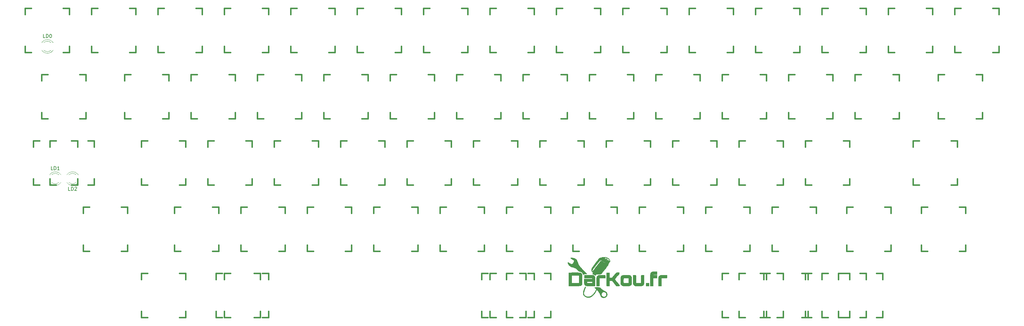
<source format=gto>
G04 #@! TF.FileFunction,Legend,Top*
%FSLAX46Y46*%
G04 Gerber Fmt 4.6, Leading zero omitted, Abs format (unit mm)*
G04 Created by KiCad (PCBNEW 4.0.6) date 05/05/17 19:14:25*
%MOMM*%
%LPD*%
G01*
G04 APERTURE LIST*
%ADD10C,0.100000*%
%ADD11C,0.381000*%
%ADD12C,0.010000*%
%ADD13C,0.120000*%
%ADD14C,0.150000*%
G04 APERTURE END LIST*
D10*
D11*
X317500000Y-100806250D02*
X319278000Y-100806250D01*
X328422000Y-100806250D02*
X330200000Y-100806250D01*
X330200000Y-100806250D02*
X330200000Y-102584250D01*
X330200000Y-111728250D02*
X330200000Y-113506250D01*
X330200000Y-113506250D02*
X328422000Y-113506250D01*
X319278000Y-113506250D02*
X317500000Y-113506250D01*
X317500000Y-113506250D02*
X317500000Y-111728250D01*
X317500000Y-102584250D02*
X317500000Y-100806250D01*
X69850000Y-100806250D02*
X71628000Y-100806250D01*
X80772000Y-100806250D02*
X82550000Y-100806250D01*
X82550000Y-100806250D02*
X82550000Y-102584250D01*
X82550000Y-111728250D02*
X82550000Y-113506250D01*
X82550000Y-113506250D02*
X80772000Y-113506250D01*
X71628000Y-113506250D02*
X69850000Y-113506250D01*
X69850000Y-113506250D02*
X69850000Y-111728250D01*
X69850000Y-102584250D02*
X69850000Y-100806250D01*
X88900000Y-100806250D02*
X90678000Y-100806250D01*
X99822000Y-100806250D02*
X101600000Y-100806250D01*
X101600000Y-100806250D02*
X101600000Y-102584250D01*
X101600000Y-111728250D02*
X101600000Y-113506250D01*
X101600000Y-113506250D02*
X99822000Y-113506250D01*
X90678000Y-113506250D02*
X88900000Y-113506250D01*
X88900000Y-113506250D02*
X88900000Y-111728250D01*
X88900000Y-102584250D02*
X88900000Y-100806250D01*
X107950000Y-100806250D02*
X109728000Y-100806250D01*
X118872000Y-100806250D02*
X120650000Y-100806250D01*
X120650000Y-100806250D02*
X120650000Y-102584250D01*
X120650000Y-111728250D02*
X120650000Y-113506250D01*
X120650000Y-113506250D02*
X118872000Y-113506250D01*
X109728000Y-113506250D02*
X107950000Y-113506250D01*
X107950000Y-113506250D02*
X107950000Y-111728250D01*
X107950000Y-102584250D02*
X107950000Y-100806250D01*
X127000000Y-100806250D02*
X128778000Y-100806250D01*
X137922000Y-100806250D02*
X139700000Y-100806250D01*
X139700000Y-100806250D02*
X139700000Y-102584250D01*
X139700000Y-111728250D02*
X139700000Y-113506250D01*
X139700000Y-113506250D02*
X137922000Y-113506250D01*
X128778000Y-113506250D02*
X127000000Y-113506250D01*
X127000000Y-113506250D02*
X127000000Y-111728250D01*
X127000000Y-102584250D02*
X127000000Y-100806250D01*
X146050000Y-100806250D02*
X147828000Y-100806250D01*
X156972000Y-100806250D02*
X158750000Y-100806250D01*
X158750000Y-100806250D02*
X158750000Y-102584250D01*
X158750000Y-111728250D02*
X158750000Y-113506250D01*
X158750000Y-113506250D02*
X156972000Y-113506250D01*
X147828000Y-113506250D02*
X146050000Y-113506250D01*
X146050000Y-113506250D02*
X146050000Y-111728250D01*
X146050000Y-102584250D02*
X146050000Y-100806250D01*
X165100000Y-100806250D02*
X166878000Y-100806250D01*
X176022000Y-100806250D02*
X177800000Y-100806250D01*
X177800000Y-100806250D02*
X177800000Y-102584250D01*
X177800000Y-111728250D02*
X177800000Y-113506250D01*
X177800000Y-113506250D02*
X176022000Y-113506250D01*
X166878000Y-113506250D02*
X165100000Y-113506250D01*
X165100000Y-113506250D02*
X165100000Y-111728250D01*
X165100000Y-102584250D02*
X165100000Y-100806250D01*
X184150000Y-100806250D02*
X185928000Y-100806250D01*
X195072000Y-100806250D02*
X196850000Y-100806250D01*
X196850000Y-100806250D02*
X196850000Y-102584250D01*
X196850000Y-111728250D02*
X196850000Y-113506250D01*
X196850000Y-113506250D02*
X195072000Y-113506250D01*
X185928000Y-113506250D02*
X184150000Y-113506250D01*
X184150000Y-113506250D02*
X184150000Y-111728250D01*
X184150000Y-102584250D02*
X184150000Y-100806250D01*
X203200000Y-100806250D02*
X204978000Y-100806250D01*
X214122000Y-100806250D02*
X215900000Y-100806250D01*
X215900000Y-100806250D02*
X215900000Y-102584250D01*
X215900000Y-111728250D02*
X215900000Y-113506250D01*
X215900000Y-113506250D02*
X214122000Y-113506250D01*
X204978000Y-113506250D02*
X203200000Y-113506250D01*
X203200000Y-113506250D02*
X203200000Y-111728250D01*
X203200000Y-102584250D02*
X203200000Y-100806250D01*
X222250000Y-100806250D02*
X224028000Y-100806250D01*
X233172000Y-100806250D02*
X234950000Y-100806250D01*
X234950000Y-100806250D02*
X234950000Y-102584250D01*
X234950000Y-111728250D02*
X234950000Y-113506250D01*
X234950000Y-113506250D02*
X233172000Y-113506250D01*
X224028000Y-113506250D02*
X222250000Y-113506250D01*
X222250000Y-113506250D02*
X222250000Y-111728250D01*
X222250000Y-102584250D02*
X222250000Y-100806250D01*
X241300000Y-100806250D02*
X243078000Y-100806250D01*
X252222000Y-100806250D02*
X254000000Y-100806250D01*
X254000000Y-100806250D02*
X254000000Y-102584250D01*
X254000000Y-111728250D02*
X254000000Y-113506250D01*
X254000000Y-113506250D02*
X252222000Y-113506250D01*
X243078000Y-113506250D02*
X241300000Y-113506250D01*
X241300000Y-113506250D02*
X241300000Y-111728250D01*
X241300000Y-102584250D02*
X241300000Y-100806250D01*
X260350000Y-100806250D02*
X262128000Y-100806250D01*
X271272000Y-100806250D02*
X273050000Y-100806250D01*
X273050000Y-100806250D02*
X273050000Y-102584250D01*
X273050000Y-111728250D02*
X273050000Y-113506250D01*
X273050000Y-113506250D02*
X271272000Y-113506250D01*
X262128000Y-113506250D02*
X260350000Y-113506250D01*
X260350000Y-113506250D02*
X260350000Y-111728250D01*
X260350000Y-102584250D02*
X260350000Y-100806250D01*
X279400000Y-100806250D02*
X281178000Y-100806250D01*
X290322000Y-100806250D02*
X292100000Y-100806250D01*
X292100000Y-100806250D02*
X292100000Y-102584250D01*
X292100000Y-111728250D02*
X292100000Y-113506250D01*
X292100000Y-113506250D02*
X290322000Y-113506250D01*
X281178000Y-113506250D02*
X279400000Y-113506250D01*
X279400000Y-113506250D02*
X279400000Y-111728250D01*
X279400000Y-102584250D02*
X279400000Y-100806250D01*
X298450000Y-100806250D02*
X300228000Y-100806250D01*
X309372000Y-100806250D02*
X311150000Y-100806250D01*
X311150000Y-100806250D02*
X311150000Y-102584250D01*
X311150000Y-111728250D02*
X311150000Y-113506250D01*
X311150000Y-113506250D02*
X309372000Y-113506250D01*
X300228000Y-113506250D02*
X298450000Y-113506250D01*
X298450000Y-113506250D02*
X298450000Y-111728250D01*
X298450000Y-102584250D02*
X298450000Y-100806250D01*
X74612500Y-119856250D02*
X76390500Y-119856250D01*
X85534500Y-119856250D02*
X87312500Y-119856250D01*
X87312500Y-119856250D02*
X87312500Y-121634250D01*
X87312500Y-130778250D02*
X87312500Y-132556250D01*
X87312500Y-132556250D02*
X85534500Y-132556250D01*
X76390500Y-132556250D02*
X74612500Y-132556250D01*
X74612500Y-132556250D02*
X74612500Y-130778250D01*
X74612500Y-121634250D02*
X74612500Y-119856250D01*
X98425000Y-119856250D02*
X100203000Y-119856250D01*
X109347000Y-119856250D02*
X111125000Y-119856250D01*
X111125000Y-119856250D02*
X111125000Y-121634250D01*
X111125000Y-130778250D02*
X111125000Y-132556250D01*
X111125000Y-132556250D02*
X109347000Y-132556250D01*
X100203000Y-132556250D02*
X98425000Y-132556250D01*
X98425000Y-132556250D02*
X98425000Y-130778250D01*
X98425000Y-121634250D02*
X98425000Y-119856250D01*
X117475000Y-119856250D02*
X119253000Y-119856250D01*
X128397000Y-119856250D02*
X130175000Y-119856250D01*
X130175000Y-119856250D02*
X130175000Y-121634250D01*
X130175000Y-130778250D02*
X130175000Y-132556250D01*
X130175000Y-132556250D02*
X128397000Y-132556250D01*
X119253000Y-132556250D02*
X117475000Y-132556250D01*
X117475000Y-132556250D02*
X117475000Y-130778250D01*
X117475000Y-121634250D02*
X117475000Y-119856250D01*
X136525000Y-119856250D02*
X138303000Y-119856250D01*
X147447000Y-119856250D02*
X149225000Y-119856250D01*
X149225000Y-119856250D02*
X149225000Y-121634250D01*
X149225000Y-130778250D02*
X149225000Y-132556250D01*
X149225000Y-132556250D02*
X147447000Y-132556250D01*
X138303000Y-132556250D02*
X136525000Y-132556250D01*
X136525000Y-132556250D02*
X136525000Y-130778250D01*
X136525000Y-121634250D02*
X136525000Y-119856250D01*
X155575000Y-119856250D02*
X157353000Y-119856250D01*
X166497000Y-119856250D02*
X168275000Y-119856250D01*
X168275000Y-119856250D02*
X168275000Y-121634250D01*
X168275000Y-130778250D02*
X168275000Y-132556250D01*
X168275000Y-132556250D02*
X166497000Y-132556250D01*
X157353000Y-132556250D02*
X155575000Y-132556250D01*
X155575000Y-132556250D02*
X155575000Y-130778250D01*
X155575000Y-121634250D02*
X155575000Y-119856250D01*
X174625000Y-119856250D02*
X176403000Y-119856250D01*
X185547000Y-119856250D02*
X187325000Y-119856250D01*
X187325000Y-119856250D02*
X187325000Y-121634250D01*
X187325000Y-130778250D02*
X187325000Y-132556250D01*
X187325000Y-132556250D02*
X185547000Y-132556250D01*
X176403000Y-132556250D02*
X174625000Y-132556250D01*
X174625000Y-132556250D02*
X174625000Y-130778250D01*
X174625000Y-121634250D02*
X174625000Y-119856250D01*
X193675000Y-119856250D02*
X195453000Y-119856250D01*
X204597000Y-119856250D02*
X206375000Y-119856250D01*
X206375000Y-119856250D02*
X206375000Y-121634250D01*
X206375000Y-130778250D02*
X206375000Y-132556250D01*
X206375000Y-132556250D02*
X204597000Y-132556250D01*
X195453000Y-132556250D02*
X193675000Y-132556250D01*
X193675000Y-132556250D02*
X193675000Y-130778250D01*
X193675000Y-121634250D02*
X193675000Y-119856250D01*
X212725000Y-119856250D02*
X214503000Y-119856250D01*
X223647000Y-119856250D02*
X225425000Y-119856250D01*
X225425000Y-119856250D02*
X225425000Y-121634250D01*
X225425000Y-130778250D02*
X225425000Y-132556250D01*
X225425000Y-132556250D02*
X223647000Y-132556250D01*
X214503000Y-132556250D02*
X212725000Y-132556250D01*
X212725000Y-132556250D02*
X212725000Y-130778250D01*
X212725000Y-121634250D02*
X212725000Y-119856250D01*
X231775000Y-119856250D02*
X233553000Y-119856250D01*
X242697000Y-119856250D02*
X244475000Y-119856250D01*
X244475000Y-119856250D02*
X244475000Y-121634250D01*
X244475000Y-130778250D02*
X244475000Y-132556250D01*
X244475000Y-132556250D02*
X242697000Y-132556250D01*
X233553000Y-132556250D02*
X231775000Y-132556250D01*
X231775000Y-132556250D02*
X231775000Y-130778250D01*
X231775000Y-121634250D02*
X231775000Y-119856250D01*
X250825000Y-119856250D02*
X252603000Y-119856250D01*
X261747000Y-119856250D02*
X263525000Y-119856250D01*
X263525000Y-119856250D02*
X263525000Y-121634250D01*
X263525000Y-130778250D02*
X263525000Y-132556250D01*
X263525000Y-132556250D02*
X261747000Y-132556250D01*
X252603000Y-132556250D02*
X250825000Y-132556250D01*
X250825000Y-132556250D02*
X250825000Y-130778250D01*
X250825000Y-121634250D02*
X250825000Y-119856250D01*
X269875000Y-119856250D02*
X271653000Y-119856250D01*
X280797000Y-119856250D02*
X282575000Y-119856250D01*
X282575000Y-119856250D02*
X282575000Y-121634250D01*
X282575000Y-130778250D02*
X282575000Y-132556250D01*
X282575000Y-132556250D02*
X280797000Y-132556250D01*
X271653000Y-132556250D02*
X269875000Y-132556250D01*
X269875000Y-132556250D02*
X269875000Y-130778250D01*
X269875000Y-121634250D02*
X269875000Y-119856250D01*
X288925000Y-119856250D02*
X290703000Y-119856250D01*
X299847000Y-119856250D02*
X301625000Y-119856250D01*
X301625000Y-119856250D02*
X301625000Y-121634250D01*
X301625000Y-130778250D02*
X301625000Y-132556250D01*
X301625000Y-132556250D02*
X299847000Y-132556250D01*
X290703000Y-132556250D02*
X288925000Y-132556250D01*
X288925000Y-132556250D02*
X288925000Y-130778250D01*
X288925000Y-121634250D02*
X288925000Y-119856250D01*
X307975000Y-119856250D02*
X309753000Y-119856250D01*
X318897000Y-119856250D02*
X320675000Y-119856250D01*
X320675000Y-119856250D02*
X320675000Y-121634250D01*
X320675000Y-130778250D02*
X320675000Y-132556250D01*
X320675000Y-132556250D02*
X318897000Y-132556250D01*
X309753000Y-132556250D02*
X307975000Y-132556250D01*
X307975000Y-132556250D02*
X307975000Y-130778250D01*
X307975000Y-121634250D02*
X307975000Y-119856250D01*
X76993750Y-138906250D02*
X78771750Y-138906250D01*
X87915750Y-138906250D02*
X89693750Y-138906250D01*
X89693750Y-138906250D02*
X89693750Y-140684250D01*
X89693750Y-149828250D02*
X89693750Y-151606250D01*
X89693750Y-151606250D02*
X87915750Y-151606250D01*
X78771750Y-151606250D02*
X76993750Y-151606250D01*
X76993750Y-151606250D02*
X76993750Y-149828250D01*
X76993750Y-140684250D02*
X76993750Y-138906250D01*
X103187500Y-138906250D02*
X104965500Y-138906250D01*
X114109500Y-138906250D02*
X115887500Y-138906250D01*
X115887500Y-138906250D02*
X115887500Y-140684250D01*
X115887500Y-149828250D02*
X115887500Y-151606250D01*
X115887500Y-151606250D02*
X114109500Y-151606250D01*
X104965500Y-151606250D02*
X103187500Y-151606250D01*
X103187500Y-151606250D02*
X103187500Y-149828250D01*
X103187500Y-140684250D02*
X103187500Y-138906250D01*
X122237500Y-138906250D02*
X124015500Y-138906250D01*
X133159500Y-138906250D02*
X134937500Y-138906250D01*
X134937500Y-138906250D02*
X134937500Y-140684250D01*
X134937500Y-149828250D02*
X134937500Y-151606250D01*
X134937500Y-151606250D02*
X133159500Y-151606250D01*
X124015500Y-151606250D02*
X122237500Y-151606250D01*
X122237500Y-151606250D02*
X122237500Y-149828250D01*
X122237500Y-140684250D02*
X122237500Y-138906250D01*
X141287500Y-138906250D02*
X143065500Y-138906250D01*
X152209500Y-138906250D02*
X153987500Y-138906250D01*
X153987500Y-138906250D02*
X153987500Y-140684250D01*
X153987500Y-149828250D02*
X153987500Y-151606250D01*
X153987500Y-151606250D02*
X152209500Y-151606250D01*
X143065500Y-151606250D02*
X141287500Y-151606250D01*
X141287500Y-151606250D02*
X141287500Y-149828250D01*
X141287500Y-140684250D02*
X141287500Y-138906250D01*
X160337500Y-138906250D02*
X162115500Y-138906250D01*
X171259500Y-138906250D02*
X173037500Y-138906250D01*
X173037500Y-138906250D02*
X173037500Y-140684250D01*
X173037500Y-149828250D02*
X173037500Y-151606250D01*
X173037500Y-151606250D02*
X171259500Y-151606250D01*
X162115500Y-151606250D02*
X160337500Y-151606250D01*
X160337500Y-151606250D02*
X160337500Y-149828250D01*
X160337500Y-140684250D02*
X160337500Y-138906250D01*
X179387500Y-138906250D02*
X181165500Y-138906250D01*
X190309500Y-138906250D02*
X192087500Y-138906250D01*
X192087500Y-138906250D02*
X192087500Y-140684250D01*
X192087500Y-149828250D02*
X192087500Y-151606250D01*
X192087500Y-151606250D02*
X190309500Y-151606250D01*
X181165500Y-151606250D02*
X179387500Y-151606250D01*
X179387500Y-151606250D02*
X179387500Y-149828250D01*
X179387500Y-140684250D02*
X179387500Y-138906250D01*
X198437500Y-138906250D02*
X200215500Y-138906250D01*
X209359500Y-138906250D02*
X211137500Y-138906250D01*
X211137500Y-138906250D02*
X211137500Y-140684250D01*
X211137500Y-149828250D02*
X211137500Y-151606250D01*
X211137500Y-151606250D02*
X209359500Y-151606250D01*
X200215500Y-151606250D02*
X198437500Y-151606250D01*
X198437500Y-151606250D02*
X198437500Y-149828250D01*
X198437500Y-140684250D02*
X198437500Y-138906250D01*
X217487500Y-138906250D02*
X219265500Y-138906250D01*
X228409500Y-138906250D02*
X230187500Y-138906250D01*
X230187500Y-138906250D02*
X230187500Y-140684250D01*
X230187500Y-149828250D02*
X230187500Y-151606250D01*
X230187500Y-151606250D02*
X228409500Y-151606250D01*
X219265500Y-151606250D02*
X217487500Y-151606250D01*
X217487500Y-151606250D02*
X217487500Y-149828250D01*
X217487500Y-140684250D02*
X217487500Y-138906250D01*
X236537500Y-138906250D02*
X238315500Y-138906250D01*
X247459500Y-138906250D02*
X249237500Y-138906250D01*
X249237500Y-138906250D02*
X249237500Y-140684250D01*
X249237500Y-149828250D02*
X249237500Y-151606250D01*
X249237500Y-151606250D02*
X247459500Y-151606250D01*
X238315500Y-151606250D02*
X236537500Y-151606250D01*
X236537500Y-151606250D02*
X236537500Y-149828250D01*
X236537500Y-140684250D02*
X236537500Y-138906250D01*
X255587500Y-138906250D02*
X257365500Y-138906250D01*
X266509500Y-138906250D02*
X268287500Y-138906250D01*
X268287500Y-138906250D02*
X268287500Y-140684250D01*
X268287500Y-149828250D02*
X268287500Y-151606250D01*
X268287500Y-151606250D02*
X266509500Y-151606250D01*
X257365500Y-151606250D02*
X255587500Y-151606250D01*
X255587500Y-151606250D02*
X255587500Y-149828250D01*
X255587500Y-140684250D02*
X255587500Y-138906250D01*
X274637500Y-138906250D02*
X276415500Y-138906250D01*
X285559500Y-138906250D02*
X287337500Y-138906250D01*
X287337500Y-138906250D02*
X287337500Y-140684250D01*
X287337500Y-149828250D02*
X287337500Y-151606250D01*
X287337500Y-151606250D02*
X285559500Y-151606250D01*
X276415500Y-151606250D02*
X274637500Y-151606250D01*
X274637500Y-151606250D02*
X274637500Y-149828250D01*
X274637500Y-140684250D02*
X274637500Y-138906250D01*
X293687500Y-138906250D02*
X295465500Y-138906250D01*
X304609500Y-138906250D02*
X306387500Y-138906250D01*
X306387500Y-138906250D02*
X306387500Y-140684250D01*
X306387500Y-149828250D02*
X306387500Y-151606250D01*
X306387500Y-151606250D02*
X304609500Y-151606250D01*
X295465500Y-151606250D02*
X293687500Y-151606250D01*
X293687500Y-151606250D02*
X293687500Y-149828250D01*
X293687500Y-140684250D02*
X293687500Y-138906250D01*
X112712500Y-157956250D02*
X114490500Y-157956250D01*
X123634500Y-157956250D02*
X125412500Y-157956250D01*
X125412500Y-157956250D02*
X125412500Y-159734250D01*
X125412500Y-168878250D02*
X125412500Y-170656250D01*
X125412500Y-170656250D02*
X123634500Y-170656250D01*
X114490500Y-170656250D02*
X112712500Y-170656250D01*
X112712500Y-170656250D02*
X112712500Y-168878250D01*
X112712500Y-159734250D02*
X112712500Y-157956250D01*
X131762500Y-157956250D02*
X133540500Y-157956250D01*
X142684500Y-157956250D02*
X144462500Y-157956250D01*
X144462500Y-157956250D02*
X144462500Y-159734250D01*
X144462500Y-168878250D02*
X144462500Y-170656250D01*
X144462500Y-170656250D02*
X142684500Y-170656250D01*
X133540500Y-170656250D02*
X131762500Y-170656250D01*
X131762500Y-170656250D02*
X131762500Y-168878250D01*
X131762500Y-159734250D02*
X131762500Y-157956250D01*
X150812500Y-157956250D02*
X152590500Y-157956250D01*
X161734500Y-157956250D02*
X163512500Y-157956250D01*
X163512500Y-157956250D02*
X163512500Y-159734250D01*
X163512500Y-168878250D02*
X163512500Y-170656250D01*
X163512500Y-170656250D02*
X161734500Y-170656250D01*
X152590500Y-170656250D02*
X150812500Y-170656250D01*
X150812500Y-170656250D02*
X150812500Y-168878250D01*
X150812500Y-159734250D02*
X150812500Y-157956250D01*
X169862500Y-157956250D02*
X171640500Y-157956250D01*
X180784500Y-157956250D02*
X182562500Y-157956250D01*
X182562500Y-157956250D02*
X182562500Y-159734250D01*
X182562500Y-168878250D02*
X182562500Y-170656250D01*
X182562500Y-170656250D02*
X180784500Y-170656250D01*
X171640500Y-170656250D02*
X169862500Y-170656250D01*
X169862500Y-170656250D02*
X169862500Y-168878250D01*
X169862500Y-159734250D02*
X169862500Y-157956250D01*
X188912500Y-157956250D02*
X190690500Y-157956250D01*
X199834500Y-157956250D02*
X201612500Y-157956250D01*
X201612500Y-157956250D02*
X201612500Y-159734250D01*
X201612500Y-168878250D02*
X201612500Y-170656250D01*
X201612500Y-170656250D02*
X199834500Y-170656250D01*
X190690500Y-170656250D02*
X188912500Y-170656250D01*
X188912500Y-170656250D02*
X188912500Y-168878250D01*
X188912500Y-159734250D02*
X188912500Y-157956250D01*
X207962500Y-157956250D02*
X209740500Y-157956250D01*
X218884500Y-157956250D02*
X220662500Y-157956250D01*
X220662500Y-157956250D02*
X220662500Y-159734250D01*
X220662500Y-168878250D02*
X220662500Y-170656250D01*
X220662500Y-170656250D02*
X218884500Y-170656250D01*
X209740500Y-170656250D02*
X207962500Y-170656250D01*
X207962500Y-170656250D02*
X207962500Y-168878250D01*
X207962500Y-159734250D02*
X207962500Y-157956250D01*
X227012500Y-157956250D02*
X228790500Y-157956250D01*
X237934500Y-157956250D02*
X239712500Y-157956250D01*
X239712500Y-157956250D02*
X239712500Y-159734250D01*
X239712500Y-168878250D02*
X239712500Y-170656250D01*
X239712500Y-170656250D02*
X237934500Y-170656250D01*
X228790500Y-170656250D02*
X227012500Y-170656250D01*
X227012500Y-170656250D02*
X227012500Y-168878250D01*
X227012500Y-159734250D02*
X227012500Y-157956250D01*
X246062500Y-157956250D02*
X247840500Y-157956250D01*
X256984500Y-157956250D02*
X258762500Y-157956250D01*
X258762500Y-157956250D02*
X258762500Y-159734250D01*
X258762500Y-168878250D02*
X258762500Y-170656250D01*
X258762500Y-170656250D02*
X256984500Y-170656250D01*
X247840500Y-170656250D02*
X246062500Y-170656250D01*
X246062500Y-170656250D02*
X246062500Y-168878250D01*
X246062500Y-159734250D02*
X246062500Y-157956250D01*
X265112500Y-157956250D02*
X266890500Y-157956250D01*
X276034500Y-157956250D02*
X277812500Y-157956250D01*
X277812500Y-157956250D02*
X277812500Y-159734250D01*
X277812500Y-168878250D02*
X277812500Y-170656250D01*
X277812500Y-170656250D02*
X276034500Y-170656250D01*
X266890500Y-170656250D02*
X265112500Y-170656250D01*
X265112500Y-170656250D02*
X265112500Y-168878250D01*
X265112500Y-159734250D02*
X265112500Y-157956250D01*
X284162500Y-157956250D02*
X285940500Y-157956250D01*
X295084500Y-157956250D02*
X296862500Y-157956250D01*
X296862500Y-157956250D02*
X296862500Y-159734250D01*
X296862500Y-168878250D02*
X296862500Y-170656250D01*
X296862500Y-170656250D02*
X295084500Y-170656250D01*
X285940500Y-170656250D02*
X284162500Y-170656250D01*
X284162500Y-170656250D02*
X284162500Y-168878250D01*
X284162500Y-159734250D02*
X284162500Y-157956250D01*
X327025000Y-157956250D02*
X328803000Y-157956250D01*
X337947000Y-157956250D02*
X339725000Y-157956250D01*
X339725000Y-157956250D02*
X339725000Y-159734250D01*
X339725000Y-168878250D02*
X339725000Y-170656250D01*
X339725000Y-170656250D02*
X337947000Y-170656250D01*
X328803000Y-170656250D02*
X327025000Y-170656250D01*
X327025000Y-170656250D02*
X327025000Y-168878250D01*
X327025000Y-159734250D02*
X327025000Y-157956250D01*
X103187500Y-177006250D02*
X104965500Y-177006250D01*
X114109500Y-177006250D02*
X115887500Y-177006250D01*
X115887500Y-177006250D02*
X115887500Y-178784250D01*
X115887500Y-187928250D02*
X115887500Y-189706250D01*
X115887500Y-189706250D02*
X114109500Y-189706250D01*
X104965500Y-189706250D02*
X103187500Y-189706250D01*
X103187500Y-189706250D02*
X103187500Y-187928250D01*
X103187500Y-178784250D02*
X103187500Y-177006250D01*
X127000000Y-177006250D02*
X128778000Y-177006250D01*
X137922000Y-177006250D02*
X139700000Y-177006250D01*
X139700000Y-177006250D02*
X139700000Y-178784250D01*
X139700000Y-187928250D02*
X139700000Y-189706250D01*
X139700000Y-189706250D02*
X137922000Y-189706250D01*
X128778000Y-189706250D02*
X127000000Y-189706250D01*
X127000000Y-189706250D02*
X127000000Y-187928250D01*
X127000000Y-178784250D02*
X127000000Y-177006250D01*
X274637500Y-177006250D02*
X276415500Y-177006250D01*
X285559500Y-177006250D02*
X287337500Y-177006250D01*
X287337500Y-177006250D02*
X287337500Y-178784250D01*
X287337500Y-187928250D02*
X287337500Y-189706250D01*
X287337500Y-189706250D02*
X285559500Y-189706250D01*
X276415500Y-189706250D02*
X274637500Y-189706250D01*
X274637500Y-189706250D02*
X274637500Y-187928250D01*
X274637500Y-178784250D02*
X274637500Y-177006250D01*
X298450000Y-177006250D02*
X300228000Y-177006250D01*
X309372000Y-177006250D02*
X311150000Y-177006250D01*
X311150000Y-177006250D02*
X311150000Y-178784250D01*
X311150000Y-187928250D02*
X311150000Y-189706250D01*
X311150000Y-189706250D02*
X309372000Y-189706250D01*
X300228000Y-189706250D02*
X298450000Y-189706250D01*
X298450000Y-189706250D02*
X298450000Y-187928250D01*
X298450000Y-178784250D02*
X298450000Y-177006250D01*
X336550000Y-100806250D02*
X338328000Y-100806250D01*
X347472000Y-100806250D02*
X349250000Y-100806250D01*
X349250000Y-100806250D02*
X349250000Y-102584250D01*
X349250000Y-111728250D02*
X349250000Y-113506250D01*
X349250000Y-113506250D02*
X347472000Y-113506250D01*
X338328000Y-113506250D02*
X336550000Y-113506250D01*
X336550000Y-113506250D02*
X336550000Y-111728250D01*
X336550000Y-102584250D02*
X336550000Y-100806250D01*
X86518750Y-157956250D02*
X88296750Y-157956250D01*
X97440750Y-157956250D02*
X99218750Y-157956250D01*
X99218750Y-157956250D02*
X99218750Y-159734250D01*
X99218750Y-168878250D02*
X99218750Y-170656250D01*
X99218750Y-170656250D02*
X97440750Y-170656250D01*
X88296750Y-170656250D02*
X86518750Y-170656250D01*
X86518750Y-170656250D02*
X86518750Y-168878250D01*
X86518750Y-159734250D02*
X86518750Y-157956250D01*
X305593750Y-157956250D02*
X307371750Y-157956250D01*
X316515750Y-157956250D02*
X318293750Y-157956250D01*
X318293750Y-157956250D02*
X318293750Y-159734250D01*
X318293750Y-168878250D02*
X318293750Y-170656250D01*
X318293750Y-170656250D02*
X316515750Y-170656250D01*
X307371750Y-170656250D02*
X305593750Y-170656250D01*
X305593750Y-170656250D02*
X305593750Y-168878250D01*
X305593750Y-159734250D02*
X305593750Y-157956250D01*
X331787500Y-119856250D02*
X333565500Y-119856250D01*
X342709500Y-119856250D02*
X344487500Y-119856250D01*
X344487500Y-119856250D02*
X344487500Y-121634250D01*
X344487500Y-130778250D02*
X344487500Y-132556250D01*
X344487500Y-132556250D02*
X342709500Y-132556250D01*
X333565500Y-132556250D02*
X331787500Y-132556250D01*
X331787500Y-132556250D02*
X331787500Y-130778250D01*
X331787500Y-121634250D02*
X331787500Y-119856250D01*
X200818750Y-177006250D02*
X202596750Y-177006250D01*
X211740750Y-177006250D02*
X213518750Y-177006250D01*
X213518750Y-177006250D02*
X213518750Y-178784250D01*
X213518750Y-187928250D02*
X213518750Y-189706250D01*
X213518750Y-189706250D02*
X211740750Y-189706250D01*
X202596750Y-189706250D02*
X200818750Y-189706250D01*
X200818750Y-189706250D02*
X200818750Y-187928250D01*
X200818750Y-178784250D02*
X200818750Y-177006250D01*
X324643750Y-138906250D02*
X326421750Y-138906250D01*
X335565750Y-138906250D02*
X337343750Y-138906250D01*
X337343750Y-138906250D02*
X337343750Y-140684250D01*
X337343750Y-149828250D02*
X337343750Y-151606250D01*
X337343750Y-151606250D02*
X335565750Y-151606250D01*
X326421750Y-151606250D02*
X324643750Y-151606250D01*
X324643750Y-151606250D02*
X324643750Y-149828250D01*
X324643750Y-140684250D02*
X324643750Y-138906250D01*
D12*
G36*
X234323331Y-180993509D02*
X234498023Y-180997268D01*
X234615016Y-181003774D01*
X234649293Y-181008597D01*
X234723214Y-181048211D01*
X234837449Y-181133785D01*
X234973250Y-181250618D01*
X235051459Y-181323956D01*
X235290138Y-181533789D01*
X235553997Y-181730303D01*
X235820442Y-181898587D01*
X236066879Y-182023726D01*
X236174185Y-182065009D01*
X236430673Y-182189330D01*
X236633991Y-182366282D01*
X236780149Y-182582592D01*
X236865161Y-182824987D01*
X236885039Y-183080191D01*
X236835795Y-183334931D01*
X236713441Y-183575935D01*
X236651952Y-183655350D01*
X236441555Y-183839768D01*
X236193769Y-183954588D01*
X235923074Y-183997133D01*
X235643946Y-183964726D01*
X235423267Y-183882523D01*
X235283592Y-183802162D01*
X235172234Y-183707421D01*
X235076076Y-183581300D01*
X234982005Y-183406804D01*
X234883604Y-183183103D01*
X234783572Y-182955201D01*
X234731917Y-182853082D01*
X235205174Y-182853082D01*
X235207047Y-182974765D01*
X235213732Y-183073338D01*
X235227624Y-183231567D01*
X235249867Y-183333719D01*
X235293328Y-183408262D01*
X235370876Y-183483665D01*
X235416748Y-183522474D01*
X235621107Y-183664506D01*
X235812084Y-183730041D01*
X236006334Y-183721741D01*
X236207184Y-183648806D01*
X236403164Y-183514036D01*
X236533098Y-183341064D01*
X236597427Y-183144108D01*
X236596592Y-182937386D01*
X236531035Y-182735116D01*
X236401197Y-182551515D01*
X236207519Y-182400801D01*
X236167769Y-182379213D01*
X235956196Y-182310517D01*
X235749950Y-182325083D01*
X235547272Y-182423383D01*
X235352992Y-182598553D01*
X235269506Y-182694432D01*
X235223114Y-182769456D01*
X235205174Y-182853082D01*
X234731917Y-182853082D01*
X234679518Y-182749495D01*
X234562577Y-182553847D01*
X234423887Y-182356117D01*
X234254584Y-182144167D01*
X234045804Y-181905858D01*
X233788686Y-181629053D01*
X233619606Y-181452000D01*
X233192166Y-181007500D01*
X233869500Y-180995398D01*
X234108103Y-180992789D01*
X234323331Y-180993509D01*
X234323331Y-180993509D01*
G37*
X234323331Y-180993509D02*
X234498023Y-180997268D01*
X234615016Y-181003774D01*
X234649293Y-181008597D01*
X234723214Y-181048211D01*
X234837449Y-181133785D01*
X234973250Y-181250618D01*
X235051459Y-181323956D01*
X235290138Y-181533789D01*
X235553997Y-181730303D01*
X235820442Y-181898587D01*
X236066879Y-182023726D01*
X236174185Y-182065009D01*
X236430673Y-182189330D01*
X236633991Y-182366282D01*
X236780149Y-182582592D01*
X236865161Y-182824987D01*
X236885039Y-183080191D01*
X236835795Y-183334931D01*
X236713441Y-183575935D01*
X236651952Y-183655350D01*
X236441555Y-183839768D01*
X236193769Y-183954588D01*
X235923074Y-183997133D01*
X235643946Y-183964726D01*
X235423267Y-183882523D01*
X235283592Y-183802162D01*
X235172234Y-183707421D01*
X235076076Y-183581300D01*
X234982005Y-183406804D01*
X234883604Y-183183103D01*
X234783572Y-182955201D01*
X234731917Y-182853082D01*
X235205174Y-182853082D01*
X235207047Y-182974765D01*
X235213732Y-183073338D01*
X235227624Y-183231567D01*
X235249867Y-183333719D01*
X235293328Y-183408262D01*
X235370876Y-183483665D01*
X235416748Y-183522474D01*
X235621107Y-183664506D01*
X235812084Y-183730041D01*
X236006334Y-183721741D01*
X236207184Y-183648806D01*
X236403164Y-183514036D01*
X236533098Y-183341064D01*
X236597427Y-183144108D01*
X236596592Y-182937386D01*
X236531035Y-182735116D01*
X236401197Y-182551515D01*
X236207519Y-182400801D01*
X236167769Y-182379213D01*
X235956196Y-182310517D01*
X235749950Y-182325083D01*
X235547272Y-182423383D01*
X235352992Y-182598553D01*
X235269506Y-182694432D01*
X235223114Y-182769456D01*
X235205174Y-182853082D01*
X234731917Y-182853082D01*
X234679518Y-182749495D01*
X234562577Y-182553847D01*
X234423887Y-182356117D01*
X234254584Y-182144167D01*
X234045804Y-181905858D01*
X233788686Y-181629053D01*
X233619606Y-181452000D01*
X233192166Y-181007500D01*
X233869500Y-180995398D01*
X234108103Y-180992789D01*
X234323331Y-180993509D01*
G36*
X230684701Y-180869950D02*
X230707070Y-180879456D01*
X230695911Y-180920388D01*
X230655676Y-181020683D01*
X230593485Y-181163164D01*
X230548230Y-181262546D01*
X230395988Y-181621116D01*
X230272422Y-181971335D01*
X230184564Y-182291423D01*
X230144525Y-182512682D01*
X230137062Y-182783275D01*
X230193267Y-183010788D01*
X230319719Y-183214665D01*
X230417594Y-183319907D01*
X230671774Y-183509368D01*
X230967913Y-183634358D01*
X231290979Y-183693023D01*
X231625939Y-183683506D01*
X231957764Y-183603953D01*
X232130138Y-183531325D01*
X232446909Y-183333218D01*
X232755428Y-183057573D01*
X233049460Y-182711496D01*
X233322768Y-182302089D01*
X233509274Y-181960000D01*
X233587714Y-181803486D01*
X233638601Y-181711002D01*
X233673326Y-181671398D01*
X233703278Y-181673523D01*
X233739848Y-181706229D01*
X233753956Y-181720480D01*
X233785319Y-181758817D01*
X233794777Y-181803349D01*
X233777960Y-181870938D01*
X233730499Y-181978444D01*
X233648027Y-182142730D01*
X233641004Y-182156451D01*
X233356415Y-182645361D01*
X233041856Y-183060219D01*
X232699350Y-183398814D01*
X232330920Y-183658938D01*
X232203057Y-183727647D01*
X232038750Y-183804955D01*
X231904388Y-183852817D01*
X231766147Y-183879402D01*
X231590202Y-183892877D01*
X231504557Y-183896325D01*
X231289180Y-183899089D01*
X231123138Y-183886698D01*
X230971786Y-183854761D01*
X230836579Y-183811693D01*
X230520812Y-183674423D01*
X230279379Y-183506091D01*
X230105387Y-183299525D01*
X229991942Y-183047552D01*
X229954031Y-182893255D01*
X229936116Y-182623740D01*
X229971394Y-182303183D01*
X230056923Y-181943925D01*
X230189759Y-181558307D01*
X230366959Y-181158667D01*
X230368439Y-181155666D01*
X230451925Y-180995017D01*
X230514082Y-180899863D01*
X230565281Y-180857191D01*
X230609833Y-180852774D01*
X230684701Y-180869950D01*
X230684701Y-180869950D01*
G37*
X230684701Y-180869950D02*
X230707070Y-180879456D01*
X230695911Y-180920388D01*
X230655676Y-181020683D01*
X230593485Y-181163164D01*
X230548230Y-181262546D01*
X230395988Y-181621116D01*
X230272422Y-181971335D01*
X230184564Y-182291423D01*
X230144525Y-182512682D01*
X230137062Y-182783275D01*
X230193267Y-183010788D01*
X230319719Y-183214665D01*
X230417594Y-183319907D01*
X230671774Y-183509368D01*
X230967913Y-183634358D01*
X231290979Y-183693023D01*
X231625939Y-183683506D01*
X231957764Y-183603953D01*
X232130138Y-183531325D01*
X232446909Y-183333218D01*
X232755428Y-183057573D01*
X233049460Y-182711496D01*
X233322768Y-182302089D01*
X233509274Y-181960000D01*
X233587714Y-181803486D01*
X233638601Y-181711002D01*
X233673326Y-181671398D01*
X233703278Y-181673523D01*
X233739848Y-181706229D01*
X233753956Y-181720480D01*
X233785319Y-181758817D01*
X233794777Y-181803349D01*
X233777960Y-181870938D01*
X233730499Y-181978444D01*
X233648027Y-182142730D01*
X233641004Y-182156451D01*
X233356415Y-182645361D01*
X233041856Y-183060219D01*
X232699350Y-183398814D01*
X232330920Y-183658938D01*
X232203057Y-183727647D01*
X232038750Y-183804955D01*
X231904388Y-183852817D01*
X231766147Y-183879402D01*
X231590202Y-183892877D01*
X231504557Y-183896325D01*
X231289180Y-183899089D01*
X231123138Y-183886698D01*
X230971786Y-183854761D01*
X230836579Y-183811693D01*
X230520812Y-183674423D01*
X230279379Y-183506091D01*
X230105387Y-183299525D01*
X229991942Y-183047552D01*
X229954031Y-182893255D01*
X229936116Y-182623740D01*
X229971394Y-182303183D01*
X230056923Y-181943925D01*
X230189759Y-181558307D01*
X230366959Y-181158667D01*
X230368439Y-181155666D01*
X230451925Y-180995017D01*
X230514082Y-180899863D01*
X230565281Y-180857191D01*
X230609833Y-180852774D01*
X230684701Y-180869950D01*
G36*
X228482241Y-176759762D02*
X228716426Y-176765532D01*
X228900455Y-176775815D01*
X229042952Y-176791404D01*
X229152543Y-176813092D01*
X229237852Y-176841669D01*
X229307505Y-176877929D01*
X229370126Y-176922663D01*
X229398384Y-176945831D01*
X229467026Y-177007968D01*
X229522547Y-177073242D01*
X229566226Y-177150859D01*
X229599342Y-177250028D01*
X229623175Y-177379956D01*
X229639005Y-177549850D01*
X229648110Y-177768917D01*
X229651769Y-178046365D01*
X229651263Y-178391402D01*
X229648501Y-178745958D01*
X229636166Y-180082533D01*
X229523527Y-180252650D01*
X229469549Y-180332019D01*
X229416940Y-180397575D01*
X229357392Y-180450707D01*
X229282597Y-180492805D01*
X229184247Y-180525260D01*
X229054033Y-180549461D01*
X228883647Y-180566800D01*
X228664782Y-180578667D01*
X228389127Y-180586451D01*
X228048376Y-180591543D01*
X227634220Y-180595333D01*
X227467861Y-180596629D01*
X225849889Y-180609092D01*
X225826269Y-180511962D01*
X225821533Y-180450015D01*
X225817655Y-180312674D01*
X225814692Y-180109205D01*
X225812702Y-179848878D01*
X225811741Y-179540959D01*
X225811868Y-179194718D01*
X225813139Y-178819421D01*
X225814407Y-178594500D01*
X225820823Y-177601279D01*
X226651666Y-177601279D01*
X226651666Y-178651750D01*
X226652787Y-178941879D01*
X226655939Y-179203625D01*
X226660805Y-179425190D01*
X226667069Y-179594775D01*
X226674415Y-179700581D01*
X226680611Y-179731167D01*
X226729280Y-179738726D01*
X226850742Y-179744636D01*
X227033138Y-179748703D01*
X227264607Y-179750729D01*
X227533288Y-179750520D01*
X227749528Y-179748805D01*
X228789500Y-179737500D01*
X228789500Y-177578500D01*
X227815833Y-177566556D01*
X227531975Y-177564111D01*
X227272286Y-177563834D01*
X227050174Y-177565580D01*
X226879042Y-177569207D01*
X226772297Y-177574573D01*
X226746916Y-177577946D01*
X226651666Y-177601279D01*
X225820823Y-177601279D01*
X225826166Y-176774166D01*
X227392500Y-176761616D01*
X227828903Y-176758596D01*
X228189275Y-176757715D01*
X228482241Y-176759762D01*
X228482241Y-176759762D01*
G37*
X228482241Y-176759762D02*
X228716426Y-176765532D01*
X228900455Y-176775815D01*
X229042952Y-176791404D01*
X229152543Y-176813092D01*
X229237852Y-176841669D01*
X229307505Y-176877929D01*
X229370126Y-176922663D01*
X229398384Y-176945831D01*
X229467026Y-177007968D01*
X229522547Y-177073242D01*
X229566226Y-177150859D01*
X229599342Y-177250028D01*
X229623175Y-177379956D01*
X229639005Y-177549850D01*
X229648110Y-177768917D01*
X229651769Y-178046365D01*
X229651263Y-178391402D01*
X229648501Y-178745958D01*
X229636166Y-180082533D01*
X229523527Y-180252650D01*
X229469549Y-180332019D01*
X229416940Y-180397575D01*
X229357392Y-180450707D01*
X229282597Y-180492805D01*
X229184247Y-180525260D01*
X229054033Y-180549461D01*
X228883647Y-180566800D01*
X228664782Y-180578667D01*
X228389127Y-180586451D01*
X228048376Y-180591543D01*
X227634220Y-180595333D01*
X227467861Y-180596629D01*
X225849889Y-180609092D01*
X225826269Y-180511962D01*
X225821533Y-180450015D01*
X225817655Y-180312674D01*
X225814692Y-180109205D01*
X225812702Y-179848878D01*
X225811741Y-179540959D01*
X225811868Y-179194718D01*
X225813139Y-178819421D01*
X225814407Y-178594500D01*
X225820823Y-177601279D01*
X226651666Y-177601279D01*
X226651666Y-178651750D01*
X226652787Y-178941879D01*
X226655939Y-179203625D01*
X226660805Y-179425190D01*
X226667069Y-179594775D01*
X226674415Y-179700581D01*
X226680611Y-179731167D01*
X226729280Y-179738726D01*
X226850742Y-179744636D01*
X227033138Y-179748703D01*
X227264607Y-179750729D01*
X227533288Y-179750520D01*
X227749528Y-179748805D01*
X228789500Y-179737500D01*
X228789500Y-177578500D01*
X227815833Y-177566556D01*
X227531975Y-177564111D01*
X227272286Y-177563834D01*
X227050174Y-177565580D01*
X226879042Y-177569207D01*
X226772297Y-177574573D01*
X226746916Y-177577946D01*
X226651666Y-177601279D01*
X225820823Y-177601279D01*
X225826166Y-176774166D01*
X227392500Y-176761616D01*
X227828903Y-176758596D01*
X228189275Y-176757715D01*
X228482241Y-176759762D01*
G36*
X232998693Y-177599666D02*
X233188708Y-177752273D01*
X233285061Y-177893243D01*
X233313323Y-177948856D01*
X233335513Y-178002904D01*
X233352262Y-178065746D01*
X233364201Y-178147741D01*
X233371960Y-178259246D01*
X233376169Y-178410619D01*
X233377461Y-178612220D01*
X233376465Y-178874406D01*
X233373812Y-179207537D01*
X233372701Y-179332576D01*
X233361500Y-180584166D01*
X232133833Y-180593220D01*
X231750320Y-180595099D01*
X231442572Y-180594268D01*
X231201721Y-180590415D01*
X231018900Y-180583229D01*
X230885240Y-180572397D01*
X230791875Y-180557607D01*
X230744614Y-180544328D01*
X230553008Y-180448866D01*
X230411963Y-180308684D01*
X230330161Y-180173103D01*
X230299645Y-180102848D01*
X230277855Y-180020632D01*
X230263394Y-179911513D01*
X230254865Y-179760552D01*
X230251416Y-179581058D01*
X231055808Y-179581058D01*
X231064189Y-179683800D01*
X231083520Y-179731409D01*
X231133508Y-179740365D01*
X231253672Y-179746849D01*
X231429549Y-179750521D01*
X231646674Y-179751041D01*
X231834937Y-179749048D01*
X232557166Y-179737500D01*
X232557166Y-179356500D01*
X231840651Y-179344859D01*
X231560153Y-179341931D01*
X231354593Y-179343944D01*
X231214358Y-179351441D01*
X231129832Y-179364963D01*
X231091403Y-179385052D01*
X231089883Y-179387192D01*
X231064623Y-179468623D01*
X231055808Y-179581058D01*
X230251416Y-179581058D01*
X230250872Y-179552807D01*
X230250000Y-179315853D01*
X230250000Y-178615666D01*
X231366649Y-178615666D01*
X231708827Y-178615105D01*
X231976017Y-178613053D01*
X232177892Y-178608957D01*
X232324125Y-178602264D01*
X232424390Y-178592420D01*
X232488359Y-178578872D01*
X232525707Y-178561068D01*
X232538944Y-178548618D01*
X232571716Y-178467170D01*
X232550142Y-178411034D01*
X232528255Y-178389383D01*
X232486520Y-178372092D01*
X232415296Y-178358400D01*
X232304943Y-178347547D01*
X232145818Y-178338771D01*
X231928282Y-178331312D01*
X231642692Y-178324408D01*
X231388431Y-178319333D01*
X230271166Y-178298166D01*
X230271166Y-177493833D01*
X232811166Y-177493833D01*
X232998693Y-177599666D01*
X232998693Y-177599666D01*
G37*
X232998693Y-177599666D02*
X233188708Y-177752273D01*
X233285061Y-177893243D01*
X233313323Y-177948856D01*
X233335513Y-178002904D01*
X233352262Y-178065746D01*
X233364201Y-178147741D01*
X233371960Y-178259246D01*
X233376169Y-178410619D01*
X233377461Y-178612220D01*
X233376465Y-178874406D01*
X233373812Y-179207537D01*
X233372701Y-179332576D01*
X233361500Y-180584166D01*
X232133833Y-180593220D01*
X231750320Y-180595099D01*
X231442572Y-180594268D01*
X231201721Y-180590415D01*
X231018900Y-180583229D01*
X230885240Y-180572397D01*
X230791875Y-180557607D01*
X230744614Y-180544328D01*
X230553008Y-180448866D01*
X230411963Y-180308684D01*
X230330161Y-180173103D01*
X230299645Y-180102848D01*
X230277855Y-180020632D01*
X230263394Y-179911513D01*
X230254865Y-179760552D01*
X230251416Y-179581058D01*
X231055808Y-179581058D01*
X231064189Y-179683800D01*
X231083520Y-179731409D01*
X231133508Y-179740365D01*
X231253672Y-179746849D01*
X231429549Y-179750521D01*
X231646674Y-179751041D01*
X231834937Y-179749048D01*
X232557166Y-179737500D01*
X232557166Y-179356500D01*
X231840651Y-179344859D01*
X231560153Y-179341931D01*
X231354593Y-179343944D01*
X231214358Y-179351441D01*
X231129832Y-179364963D01*
X231091403Y-179385052D01*
X231089883Y-179387192D01*
X231064623Y-179468623D01*
X231055808Y-179581058D01*
X230251416Y-179581058D01*
X230250872Y-179552807D01*
X230250000Y-179315853D01*
X230250000Y-178615666D01*
X231366649Y-178615666D01*
X231708827Y-178615105D01*
X231976017Y-178613053D01*
X232177892Y-178608957D01*
X232324125Y-178602264D01*
X232424390Y-178592420D01*
X232488359Y-178578872D01*
X232525707Y-178561068D01*
X232538944Y-178548618D01*
X232571716Y-178467170D01*
X232550142Y-178411034D01*
X232528255Y-178389383D01*
X232486520Y-178372092D01*
X232415296Y-178358400D01*
X232304943Y-178347547D01*
X232145818Y-178338771D01*
X231928282Y-178331312D01*
X231642692Y-178324408D01*
X231388431Y-178319333D01*
X230271166Y-178298166D01*
X230271166Y-177493833D01*
X232811166Y-177493833D01*
X232998693Y-177599666D01*
G36*
X236003622Y-177478181D02*
X236121368Y-177485534D01*
X236196642Y-177497718D01*
X236239983Y-177515265D01*
X236255041Y-177528585D01*
X236284994Y-177616638D01*
X236296962Y-177786220D01*
X236294861Y-177944813D01*
X236282500Y-178298166D01*
X234631500Y-178340500D01*
X234589166Y-180584166D01*
X233806000Y-180608510D01*
X233806000Y-179343580D01*
X233806180Y-178982742D01*
X233807185Y-178696271D01*
X233809712Y-178473866D01*
X233814458Y-178305228D01*
X233822120Y-178180056D01*
X233833395Y-178088052D01*
X233848980Y-178018913D01*
X233869572Y-177962342D01*
X233895868Y-177908037D01*
X233904222Y-177892075D01*
X234051253Y-177699803D01*
X234189972Y-177599666D01*
X234255108Y-177564709D01*
X234318556Y-177538199D01*
X234393122Y-177518741D01*
X234491613Y-177504939D01*
X234626833Y-177495397D01*
X234811589Y-177488721D01*
X235058688Y-177483514D01*
X235290179Y-177479771D01*
X235598566Y-177475833D01*
X235832868Y-177475125D01*
X236003622Y-177478181D01*
X236003622Y-177478181D01*
G37*
X236003622Y-177478181D02*
X236121368Y-177485534D01*
X236196642Y-177497718D01*
X236239983Y-177515265D01*
X236255041Y-177528585D01*
X236284994Y-177616638D01*
X236296962Y-177786220D01*
X236294861Y-177944813D01*
X236282500Y-178298166D01*
X234631500Y-178340500D01*
X234589166Y-180584166D01*
X233806000Y-180608510D01*
X233806000Y-179343580D01*
X233806180Y-178982742D01*
X233807185Y-178696271D01*
X233809712Y-178473866D01*
X233814458Y-178305228D01*
X233822120Y-178180056D01*
X233833395Y-178088052D01*
X233848980Y-178018913D01*
X233869572Y-177962342D01*
X233895868Y-177908037D01*
X233904222Y-177892075D01*
X234051253Y-177699803D01*
X234189972Y-177599666D01*
X234255108Y-177564709D01*
X234318556Y-177538199D01*
X234393122Y-177518741D01*
X234491613Y-177504939D01*
X234626833Y-177495397D01*
X234811589Y-177488721D01*
X235058688Y-177483514D01*
X235290179Y-177479771D01*
X235598566Y-177475833D01*
X235832868Y-177475125D01*
X236003622Y-177478181D01*
G36*
X240325333Y-176915331D02*
X240320516Y-176978578D01*
X240301205Y-177043812D01*
X240260108Y-177122042D01*
X240189934Y-177224275D01*
X240083392Y-177361521D01*
X239933192Y-177544788D01*
X239813635Y-177687914D01*
X239640305Y-177894711D01*
X239474899Y-178092205D01*
X239329425Y-178266048D01*
X239215889Y-178401892D01*
X239152327Y-178478134D01*
X239068128Y-178585726D01*
X239034075Y-178653954D01*
X239042148Y-178704975D01*
X239060388Y-178732134D01*
X239104757Y-178786758D01*
X239194038Y-178894870D01*
X239318758Y-179045066D01*
X239469447Y-179225941D01*
X239636633Y-179426092D01*
X239649242Y-179441166D01*
X239865242Y-179699669D01*
X240032940Y-179901777D01*
X240158446Y-180055964D01*
X240247871Y-180170700D01*
X240307325Y-180254457D01*
X240342919Y-180315708D01*
X240360765Y-180362924D01*
X240366972Y-180404578D01*
X240367666Y-180437179D01*
X240359808Y-180508408D01*
X240327088Y-180556292D01*
X240255787Y-180585351D01*
X240132186Y-180600104D01*
X239942565Y-180605070D01*
X239857188Y-180605333D01*
X239480634Y-180605333D01*
X238853661Y-179853916D01*
X238226688Y-179102500D01*
X237510166Y-179102500D01*
X237489000Y-179843333D01*
X237467833Y-180584166D01*
X237075534Y-180596348D01*
X236874338Y-180599018D01*
X236745775Y-180591252D01*
X236678321Y-180571869D01*
X236662324Y-180554014D01*
X236658199Y-180501454D01*
X236654838Y-180373110D01*
X236652286Y-180177863D01*
X236650589Y-179924594D01*
X236649793Y-179622182D01*
X236649943Y-179279509D01*
X236651085Y-178905454D01*
X236652456Y-178636833D01*
X236663500Y-176774166D01*
X237467833Y-176774166D01*
X237489000Y-177493833D01*
X237510166Y-178213500D01*
X237857322Y-178225761D01*
X238204479Y-178238023D01*
X238350816Y-178077594D01*
X238427947Y-177990081D01*
X238546037Y-177852460D01*
X238692175Y-177679942D01*
X238853448Y-177487736D01*
X238954147Y-177366833D01*
X239108227Y-177182551D01*
X239245520Y-177020727D01*
X239356126Y-176892844D01*
X239430139Y-176810387D01*
X239455487Y-176785398D01*
X239514754Y-176771981D01*
X239637839Y-176761328D01*
X239803901Y-176754886D01*
X239912583Y-176753648D01*
X240325333Y-176753000D01*
X240325333Y-176915331D01*
X240325333Y-176915331D01*
G37*
X240325333Y-176915331D02*
X240320516Y-176978578D01*
X240301205Y-177043812D01*
X240260108Y-177122042D01*
X240189934Y-177224275D01*
X240083392Y-177361521D01*
X239933192Y-177544788D01*
X239813635Y-177687914D01*
X239640305Y-177894711D01*
X239474899Y-178092205D01*
X239329425Y-178266048D01*
X239215889Y-178401892D01*
X239152327Y-178478134D01*
X239068128Y-178585726D01*
X239034075Y-178653954D01*
X239042148Y-178704975D01*
X239060388Y-178732134D01*
X239104757Y-178786758D01*
X239194038Y-178894870D01*
X239318758Y-179045066D01*
X239469447Y-179225941D01*
X239636633Y-179426092D01*
X239649242Y-179441166D01*
X239865242Y-179699669D01*
X240032940Y-179901777D01*
X240158446Y-180055964D01*
X240247871Y-180170700D01*
X240307325Y-180254457D01*
X240342919Y-180315708D01*
X240360765Y-180362924D01*
X240366972Y-180404578D01*
X240367666Y-180437179D01*
X240359808Y-180508408D01*
X240327088Y-180556292D01*
X240255787Y-180585351D01*
X240132186Y-180600104D01*
X239942565Y-180605070D01*
X239857188Y-180605333D01*
X239480634Y-180605333D01*
X238853661Y-179853916D01*
X238226688Y-179102500D01*
X237510166Y-179102500D01*
X237489000Y-179843333D01*
X237467833Y-180584166D01*
X237075534Y-180596348D01*
X236874338Y-180599018D01*
X236745775Y-180591252D01*
X236678321Y-180571869D01*
X236662324Y-180554014D01*
X236658199Y-180501454D01*
X236654838Y-180373110D01*
X236652286Y-180177863D01*
X236650589Y-179924594D01*
X236649793Y-179622182D01*
X236649943Y-179279509D01*
X236651085Y-178905454D01*
X236652456Y-178636833D01*
X236663500Y-176774166D01*
X237467833Y-176774166D01*
X237489000Y-177493833D01*
X237510166Y-178213500D01*
X237857322Y-178225761D01*
X238204479Y-178238023D01*
X238350816Y-178077594D01*
X238427947Y-177990081D01*
X238546037Y-177852460D01*
X238692175Y-177679942D01*
X238853448Y-177487736D01*
X238954147Y-177366833D01*
X239108227Y-177182551D01*
X239245520Y-177020727D01*
X239356126Y-176892844D01*
X239430139Y-176810387D01*
X239455487Y-176785398D01*
X239514754Y-176771981D01*
X239637839Y-176761328D01*
X239803901Y-176754886D01*
X239912583Y-176753648D01*
X240325333Y-176753000D01*
X240325333Y-176915331D01*
G36*
X242801433Y-177477737D02*
X243031163Y-177489146D01*
X243210329Y-177511455D01*
X243350245Y-177546546D01*
X243462224Y-177596303D01*
X243557579Y-177662609D01*
X243627456Y-177726790D01*
X243708133Y-177818520D01*
X243770666Y-177920474D01*
X243816940Y-178043932D01*
X243848840Y-178200171D01*
X243868252Y-178400472D01*
X243877060Y-178656111D01*
X243877149Y-178978369D01*
X243873927Y-179201469D01*
X243866985Y-179514781D01*
X243857012Y-179756312D01*
X243841237Y-179938944D01*
X243816888Y-180075561D01*
X243781195Y-180179048D01*
X243731385Y-180262288D01*
X243664688Y-180338166D01*
X243620194Y-180381062D01*
X243538663Y-180450611D01*
X243453583Y-180504189D01*
X243352997Y-180543766D01*
X243224947Y-180571312D01*
X243057473Y-180588794D01*
X242838618Y-180598183D01*
X242556424Y-180601449D01*
X242284609Y-180601011D01*
X241981198Y-180597466D01*
X241710598Y-180590187D01*
X241485508Y-180579776D01*
X241318629Y-180566831D01*
X241222660Y-180551952D01*
X241218308Y-180550659D01*
X241047899Y-180459943D01*
X240892606Y-180314709D01*
X240780215Y-180143757D01*
X240751113Y-180066382D01*
X240737618Y-179975923D01*
X240725755Y-179816422D01*
X240716196Y-179603501D01*
X240709608Y-179352780D01*
X240707268Y-179135996D01*
X241511771Y-179135996D01*
X241513118Y-179339088D01*
X241517437Y-179516759D01*
X241524826Y-179650954D01*
X241535383Y-179723615D01*
X241538888Y-179730444D01*
X241588496Y-179739652D01*
X241708460Y-179747602D01*
X241884470Y-179753765D01*
X242102219Y-179757612D01*
X242301912Y-179758666D01*
X243036713Y-179758666D01*
X243025106Y-179049583D01*
X243013500Y-178340500D01*
X242296985Y-178328859D01*
X242016486Y-178325931D01*
X241810927Y-178327944D01*
X241670691Y-178335441D01*
X241586166Y-178348963D01*
X241547737Y-178369052D01*
X241546216Y-178371192D01*
X241534161Y-178430544D01*
X241524591Y-178554757D01*
X241517605Y-178725774D01*
X241513299Y-178925539D01*
X241511771Y-179135996D01*
X240707268Y-179135996D01*
X240706662Y-179079879D01*
X240706569Y-179027056D01*
X240708122Y-178693034D01*
X240714402Y-178431349D01*
X240727537Y-178229715D01*
X240749657Y-178075842D01*
X240782889Y-177957443D01*
X240829363Y-177862229D01*
X240891207Y-177777912D01*
X240930603Y-177733805D01*
X241005933Y-177658586D01*
X241081750Y-177600961D01*
X241170577Y-177558314D01*
X241284936Y-177528029D01*
X241437348Y-177507490D01*
X241640334Y-177494081D01*
X241906418Y-177485186D01*
X242145028Y-177480090D01*
X242509826Y-177475346D01*
X242801433Y-177477737D01*
X242801433Y-177477737D01*
G37*
X242801433Y-177477737D02*
X243031163Y-177489146D01*
X243210329Y-177511455D01*
X243350245Y-177546546D01*
X243462224Y-177596303D01*
X243557579Y-177662609D01*
X243627456Y-177726790D01*
X243708133Y-177818520D01*
X243770666Y-177920474D01*
X243816940Y-178043932D01*
X243848840Y-178200171D01*
X243868252Y-178400472D01*
X243877060Y-178656111D01*
X243877149Y-178978369D01*
X243873927Y-179201469D01*
X243866985Y-179514781D01*
X243857012Y-179756312D01*
X243841237Y-179938944D01*
X243816888Y-180075561D01*
X243781195Y-180179048D01*
X243731385Y-180262288D01*
X243664688Y-180338166D01*
X243620194Y-180381062D01*
X243538663Y-180450611D01*
X243453583Y-180504189D01*
X243352997Y-180543766D01*
X243224947Y-180571312D01*
X243057473Y-180588794D01*
X242838618Y-180598183D01*
X242556424Y-180601449D01*
X242284609Y-180601011D01*
X241981198Y-180597466D01*
X241710598Y-180590187D01*
X241485508Y-180579776D01*
X241318629Y-180566831D01*
X241222660Y-180551952D01*
X241218308Y-180550659D01*
X241047899Y-180459943D01*
X240892606Y-180314709D01*
X240780215Y-180143757D01*
X240751113Y-180066382D01*
X240737618Y-179975923D01*
X240725755Y-179816422D01*
X240716196Y-179603501D01*
X240709608Y-179352780D01*
X240707268Y-179135996D01*
X241511771Y-179135996D01*
X241513118Y-179339088D01*
X241517437Y-179516759D01*
X241524826Y-179650954D01*
X241535383Y-179723615D01*
X241538888Y-179730444D01*
X241588496Y-179739652D01*
X241708460Y-179747602D01*
X241884470Y-179753765D01*
X242102219Y-179757612D01*
X242301912Y-179758666D01*
X243036713Y-179758666D01*
X243025106Y-179049583D01*
X243013500Y-178340500D01*
X242296985Y-178328859D01*
X242016486Y-178325931D01*
X241810927Y-178327944D01*
X241670691Y-178335441D01*
X241586166Y-178348963D01*
X241547737Y-178369052D01*
X241546216Y-178371192D01*
X241534161Y-178430544D01*
X241524591Y-178554757D01*
X241517605Y-178725774D01*
X241513299Y-178925539D01*
X241511771Y-179135996D01*
X240707268Y-179135996D01*
X240706662Y-179079879D01*
X240706569Y-179027056D01*
X240708122Y-178693034D01*
X240714402Y-178431349D01*
X240727537Y-178229715D01*
X240749657Y-178075842D01*
X240782889Y-177957443D01*
X240829363Y-177862229D01*
X240891207Y-177777912D01*
X240930603Y-177733805D01*
X241005933Y-177658586D01*
X241081750Y-177600961D01*
X241170577Y-177558314D01*
X241284936Y-177528029D01*
X241437348Y-177507490D01*
X241640334Y-177494081D01*
X241906418Y-177485186D01*
X242145028Y-177480090D01*
X242509826Y-177475346D01*
X242801433Y-177477737D01*
G36*
X244986658Y-177495251D02*
X245049602Y-177518405D01*
X245068284Y-177548381D01*
X245082785Y-177609602D01*
X245093575Y-177711112D01*
X245101122Y-177861952D01*
X245105895Y-178071168D01*
X245108362Y-178347803D01*
X245109000Y-178664183D01*
X245109000Y-179760665D01*
X245839250Y-179749082D01*
X246569500Y-179737500D01*
X246580781Y-178628881D01*
X246584610Y-178292270D01*
X246588898Y-178030740D01*
X246594365Y-177834705D01*
X246601730Y-177694579D01*
X246611714Y-177600778D01*
X246625035Y-177543715D01*
X246642413Y-177513805D01*
X246664569Y-177501462D01*
X246665447Y-177501228D01*
X246758853Y-177488243D01*
X246894998Y-177482018D01*
X247049147Y-177482019D01*
X247196566Y-177487707D01*
X247312523Y-177498546D01*
X247372284Y-177513999D01*
X247374841Y-177516631D01*
X247380726Y-177566732D01*
X247386359Y-177690518D01*
X247391503Y-177877008D01*
X247395921Y-178115218D01*
X247399376Y-178394168D01*
X247401631Y-178702876D01*
X247401937Y-178772142D01*
X247402789Y-179150315D01*
X247401275Y-179453887D01*
X247396182Y-179692916D01*
X247386299Y-179877461D01*
X247370413Y-180017579D01*
X247347314Y-180123329D01*
X247315788Y-180204768D01*
X247274624Y-180271956D01*
X247222611Y-180334949D01*
X247212263Y-180346334D01*
X247132959Y-180425004D01*
X247049102Y-180485922D01*
X246949031Y-180531265D01*
X246821082Y-180563212D01*
X246653596Y-180583940D01*
X246434909Y-180595627D01*
X246153361Y-180600451D01*
X245849833Y-180600764D01*
X245570593Y-180598430D01*
X245314126Y-180593425D01*
X245094581Y-180586254D01*
X244926106Y-180577420D01*
X244822846Y-180567430D01*
X244803834Y-180563490D01*
X244590606Y-180456619D01*
X244419467Y-180283720D01*
X244349983Y-180166996D01*
X244324412Y-180110558D01*
X244304403Y-180052217D01*
X244289390Y-179981553D01*
X244278806Y-179888144D01*
X244272084Y-179761573D01*
X244268657Y-179591417D01*
X244267958Y-179367258D01*
X244269420Y-179078675D01*
X244272266Y-178738542D01*
X244283500Y-177493833D01*
X244636852Y-177481471D01*
X244843947Y-177480946D01*
X244986658Y-177495251D01*
X244986658Y-177495251D01*
G37*
X244986658Y-177495251D02*
X245049602Y-177518405D01*
X245068284Y-177548381D01*
X245082785Y-177609602D01*
X245093575Y-177711112D01*
X245101122Y-177861952D01*
X245105895Y-178071168D01*
X245108362Y-178347803D01*
X245109000Y-178664183D01*
X245109000Y-179760665D01*
X245839250Y-179749082D01*
X246569500Y-179737500D01*
X246580781Y-178628881D01*
X246584610Y-178292270D01*
X246588898Y-178030740D01*
X246594365Y-177834705D01*
X246601730Y-177694579D01*
X246611714Y-177600778D01*
X246625035Y-177543715D01*
X246642413Y-177513805D01*
X246664569Y-177501462D01*
X246665447Y-177501228D01*
X246758853Y-177488243D01*
X246894998Y-177482018D01*
X247049147Y-177482019D01*
X247196566Y-177487707D01*
X247312523Y-177498546D01*
X247372284Y-177513999D01*
X247374841Y-177516631D01*
X247380726Y-177566732D01*
X247386359Y-177690518D01*
X247391503Y-177877008D01*
X247395921Y-178115218D01*
X247399376Y-178394168D01*
X247401631Y-178702876D01*
X247401937Y-178772142D01*
X247402789Y-179150315D01*
X247401275Y-179453887D01*
X247396182Y-179692916D01*
X247386299Y-179877461D01*
X247370413Y-180017579D01*
X247347314Y-180123329D01*
X247315788Y-180204768D01*
X247274624Y-180271956D01*
X247222611Y-180334949D01*
X247212263Y-180346334D01*
X247132959Y-180425004D01*
X247049102Y-180485922D01*
X246949031Y-180531265D01*
X246821082Y-180563212D01*
X246653596Y-180583940D01*
X246434909Y-180595627D01*
X246153361Y-180600451D01*
X245849833Y-180600764D01*
X245570593Y-180598430D01*
X245314126Y-180593425D01*
X245094581Y-180586254D01*
X244926106Y-180577420D01*
X244822846Y-180567430D01*
X244803834Y-180563490D01*
X244590606Y-180456619D01*
X244419467Y-180283720D01*
X244349983Y-180166996D01*
X244324412Y-180110558D01*
X244304403Y-180052217D01*
X244289390Y-179981553D01*
X244278806Y-179888144D01*
X244272084Y-179761573D01*
X244268657Y-179591417D01*
X244267958Y-179367258D01*
X244269420Y-179078675D01*
X244272266Y-178738542D01*
X244283500Y-177493833D01*
X244636852Y-177481471D01*
X244843947Y-177480946D01*
X244986658Y-177495251D01*
G36*
X248813166Y-180584166D02*
X248420867Y-180596348D01*
X248224432Y-180599359D01*
X248098642Y-180592712D01*
X248029868Y-180574900D01*
X248006292Y-180550476D01*
X247997423Y-180483263D01*
X247993401Y-180355457D01*
X247994795Y-180191024D01*
X247996424Y-180136128D01*
X248008833Y-179779833D01*
X248813166Y-179779833D01*
X248813166Y-180584166D01*
X248813166Y-180584166D01*
G37*
X248813166Y-180584166D02*
X248420867Y-180596348D01*
X248224432Y-180599359D01*
X248098642Y-180592712D01*
X248029868Y-180574900D01*
X248006292Y-180550476D01*
X247997423Y-180483263D01*
X247993401Y-180355457D01*
X247994795Y-180191024D01*
X247996424Y-180136128D01*
X248008833Y-179779833D01*
X248813166Y-179779833D01*
X248813166Y-180584166D01*
G36*
X251153601Y-176889344D02*
X251165702Y-177300854D01*
X250603268Y-177312677D01*
X250370459Y-177319039D01*
X250210071Y-177327737D01*
X250109861Y-177340411D01*
X250057587Y-177358699D01*
X250041006Y-177384242D01*
X250040833Y-177388000D01*
X250054718Y-177415145D01*
X250104501Y-177435308D01*
X250202373Y-177450366D01*
X250360527Y-177462193D01*
X250591153Y-177472666D01*
X250591166Y-177472666D01*
X251141500Y-177493833D01*
X251165732Y-178319333D01*
X250613866Y-178319333D01*
X250407857Y-178320097D01*
X250235407Y-178322188D01*
X250112547Y-178325303D01*
X250055311Y-178329140D01*
X250053186Y-178329916D01*
X250050012Y-178373307D01*
X250045563Y-178490204D01*
X250040154Y-178669461D01*
X250034095Y-178899932D01*
X250027700Y-179170473D01*
X250021436Y-179462333D01*
X249998500Y-180584166D01*
X249606916Y-180596338D01*
X249215333Y-180608510D01*
X249215333Y-178835580D01*
X249215403Y-178402002D01*
X249215893Y-178044746D01*
X249217221Y-177755467D01*
X249219804Y-177525823D01*
X249224061Y-177347467D01*
X249230410Y-177212057D01*
X249239269Y-177111246D01*
X249251055Y-177036692D01*
X249266187Y-176980049D01*
X249285083Y-176932973D01*
X249308161Y-176887120D01*
X249313447Y-176877113D01*
X249434534Y-176710982D01*
X249606875Y-176591065D01*
X249687796Y-176552641D01*
X249768178Y-176525196D01*
X249864377Y-176506711D01*
X249992748Y-176495162D01*
X250169647Y-176488532D01*
X250411429Y-176484797D01*
X250471845Y-176484193D01*
X251141500Y-176477833D01*
X251153601Y-176889344D01*
X251153601Y-176889344D01*
G37*
X251153601Y-176889344D02*
X251165702Y-177300854D01*
X250603268Y-177312677D01*
X250370459Y-177319039D01*
X250210071Y-177327737D01*
X250109861Y-177340411D01*
X250057587Y-177358699D01*
X250041006Y-177384242D01*
X250040833Y-177388000D01*
X250054718Y-177415145D01*
X250104501Y-177435308D01*
X250202373Y-177450366D01*
X250360527Y-177462193D01*
X250591153Y-177472666D01*
X250591166Y-177472666D01*
X251141500Y-177493833D01*
X251165732Y-178319333D01*
X250613866Y-178319333D01*
X250407857Y-178320097D01*
X250235407Y-178322188D01*
X250112547Y-178325303D01*
X250055311Y-178329140D01*
X250053186Y-178329916D01*
X250050012Y-178373307D01*
X250045563Y-178490204D01*
X250040154Y-178669461D01*
X250034095Y-178899932D01*
X250027700Y-179170473D01*
X250021436Y-179462333D01*
X249998500Y-180584166D01*
X249606916Y-180596338D01*
X249215333Y-180608510D01*
X249215333Y-178835580D01*
X249215403Y-178402002D01*
X249215893Y-178044746D01*
X249217221Y-177755467D01*
X249219804Y-177525823D01*
X249224061Y-177347467D01*
X249230410Y-177212057D01*
X249239269Y-177111246D01*
X249251055Y-177036692D01*
X249266187Y-176980049D01*
X249285083Y-176932973D01*
X249308161Y-176887120D01*
X249313447Y-176877113D01*
X249434534Y-176710982D01*
X249606875Y-176591065D01*
X249687796Y-176552641D01*
X249768178Y-176525196D01*
X249864377Y-176506711D01*
X249992748Y-176495162D01*
X250169647Y-176488532D01*
X250411429Y-176484797D01*
X250471845Y-176484193D01*
X251141500Y-176477833D01*
X251153601Y-176889344D01*
G36*
X253215833Y-177482147D02*
X254020166Y-177493833D01*
X254041333Y-177849670D01*
X254046821Y-178032396D01*
X254040621Y-178174517D01*
X254023767Y-178255871D01*
X254020166Y-178261882D01*
X253982110Y-178283464D01*
X253898340Y-178300124D01*
X253759729Y-178312610D01*
X253557150Y-178321666D01*
X253281477Y-178328040D01*
X253194666Y-178329378D01*
X252411500Y-178340500D01*
X252369166Y-180584166D01*
X251976867Y-180596348D01*
X251783164Y-180599578D01*
X251659096Y-180593622D01*
X251589961Y-180576756D01*
X251561180Y-180547579D01*
X251555632Y-180490924D01*
X251551484Y-180360876D01*
X251548820Y-180168699D01*
X251547729Y-179925656D01*
X251548297Y-179643012D01*
X251550610Y-179332031D01*
X251551312Y-179265398D01*
X251555980Y-178886601D01*
X251561949Y-178582513D01*
X251571095Y-178343177D01*
X251585296Y-178158639D01*
X251606429Y-178018941D01*
X251636372Y-177914129D01*
X251677002Y-177834246D01*
X251730196Y-177769336D01*
X251797832Y-177709443D01*
X251852773Y-177666698D01*
X251953965Y-177602037D01*
X252074035Y-177552881D01*
X252224592Y-177517655D01*
X252417249Y-177494790D01*
X252663618Y-177482712D01*
X252975309Y-177479849D01*
X253215833Y-177482147D01*
X253215833Y-177482147D01*
G37*
X253215833Y-177482147D02*
X254020166Y-177493833D01*
X254041333Y-177849670D01*
X254046821Y-178032396D01*
X254040621Y-178174517D01*
X254023767Y-178255871D01*
X254020166Y-178261882D01*
X253982110Y-178283464D01*
X253898340Y-178300124D01*
X253759729Y-178312610D01*
X253557150Y-178321666D01*
X253281477Y-178328040D01*
X253194666Y-178329378D01*
X252411500Y-178340500D01*
X252369166Y-180584166D01*
X251976867Y-180596348D01*
X251783164Y-180599578D01*
X251659096Y-180593622D01*
X251589961Y-180576756D01*
X251561180Y-180547579D01*
X251555632Y-180490924D01*
X251551484Y-180360876D01*
X251548820Y-180168699D01*
X251547729Y-179925656D01*
X251548297Y-179643012D01*
X251550610Y-179332031D01*
X251551312Y-179265398D01*
X251555980Y-178886601D01*
X251561949Y-178582513D01*
X251571095Y-178343177D01*
X251585296Y-178158639D01*
X251606429Y-178018941D01*
X251636372Y-177914129D01*
X251677002Y-177834246D01*
X251730196Y-177769336D01*
X251797832Y-177709443D01*
X251852773Y-177666698D01*
X251953965Y-177602037D01*
X252074035Y-177552881D01*
X252224592Y-177517655D01*
X252417249Y-177494790D01*
X252663618Y-177482712D01*
X252975309Y-177479849D01*
X253215833Y-177482147D01*
G36*
X236959833Y-172570384D02*
X237156421Y-172684875D01*
X237293598Y-172771774D01*
X237386418Y-172843776D01*
X237449937Y-172913577D01*
X237499210Y-172993876D01*
X237526074Y-173047917D01*
X237609589Y-173240167D01*
X237646885Y-173390695D01*
X237635033Y-173524313D01*
X237571108Y-173665833D01*
X237452181Y-173840067D01*
X237428942Y-173871189D01*
X237324375Y-174019987D01*
X237243509Y-174153472D01*
X237198251Y-174251113D01*
X237192666Y-174278647D01*
X237189027Y-174356562D01*
X237174875Y-174434333D01*
X237145362Y-174519487D01*
X237095637Y-174619553D01*
X237020852Y-174742057D01*
X236916156Y-174894527D01*
X236776701Y-175084490D01*
X236597636Y-175319473D01*
X236374112Y-175607005D01*
X236165620Y-175872804D01*
X235943910Y-176154191D01*
X235737807Y-176414554D01*
X235553336Y-176646372D01*
X235396523Y-176842124D01*
X235273395Y-176994292D01*
X235189976Y-177095354D01*
X235152293Y-177137791D01*
X235151523Y-177138373D01*
X235092755Y-177152903D01*
X234968093Y-177169931D01*
X234796211Y-177187857D01*
X234595780Y-177205083D01*
X234385474Y-177220011D01*
X234183967Y-177231042D01*
X234009931Y-177236577D01*
X234003336Y-177236668D01*
X233859875Y-177242516D01*
X233769025Y-177264667D01*
X233698766Y-177316966D01*
X233628813Y-177398583D01*
X233549169Y-177490698D01*
X233489963Y-177546293D01*
X233473810Y-177554042D01*
X233427151Y-177530571D01*
X233330944Y-177472068D01*
X233205709Y-177391029D01*
X233201465Y-177388213D01*
X233048674Y-177299072D01*
X232895197Y-177229283D01*
X232788715Y-177197283D01*
X232683827Y-177173303D01*
X232626006Y-177147896D01*
X232621987Y-177140862D01*
X232643212Y-177091055D01*
X232695482Y-176996911D01*
X232727604Y-176943500D01*
X232789453Y-176837721D01*
X232826959Y-176763243D01*
X232832116Y-176746439D01*
X232798859Y-176711217D01*
X232713400Y-176651036D01*
X232642611Y-176607527D01*
X232523167Y-176526167D01*
X232432251Y-176443983D01*
X232405948Y-176408631D01*
X232384138Y-176319846D01*
X232381023Y-176278273D01*
X232484090Y-176278273D01*
X232514471Y-176366960D01*
X232582545Y-176413115D01*
X232597328Y-176414333D01*
X232643063Y-176382530D01*
X232728849Y-176295164D01*
X232843793Y-176164297D01*
X232977001Y-176001990D01*
X233027410Y-175938083D01*
X233151624Y-175778618D01*
X233316880Y-175565976D01*
X233512458Y-175313979D01*
X233727635Y-175036450D01*
X233951690Y-174747211D01*
X234173903Y-174460084D01*
X234201297Y-174424666D01*
X234399964Y-174167841D01*
X234581603Y-173933120D01*
X234739842Y-173728730D01*
X234868307Y-173562900D01*
X234960626Y-173443857D01*
X235010427Y-173379827D01*
X235017284Y-173371135D01*
X235057173Y-173384968D01*
X235162052Y-173432488D01*
X235321595Y-173508706D01*
X235525478Y-173608632D01*
X235763374Y-173727275D01*
X235964908Y-173829095D01*
X236225796Y-173959583D01*
X236464509Y-174075130D01*
X236669891Y-174170644D01*
X236830783Y-174241033D01*
X236936028Y-174281206D01*
X236971599Y-174288473D01*
X236964183Y-174264745D01*
X236889500Y-174209215D01*
X236756252Y-174127457D01*
X236573146Y-174025040D01*
X236494166Y-173982849D01*
X236128290Y-173789736D01*
X235830053Y-173632107D01*
X235592449Y-173505488D01*
X235408472Y-173405406D01*
X235271117Y-173327385D01*
X235173378Y-173266953D01*
X235108250Y-173219636D01*
X235068727Y-173180958D01*
X235047803Y-173146447D01*
X235038473Y-173111627D01*
X235033731Y-173072026D01*
X235030785Y-173048289D01*
X235008624Y-172954046D01*
X234983405Y-172940687D01*
X234958960Y-173004710D01*
X234940236Y-173131053D01*
X234912066Y-173227287D01*
X234835084Y-173278038D01*
X234797344Y-173289175D01*
X234756571Y-173307682D01*
X234703615Y-173348382D01*
X234633641Y-173417053D01*
X234541815Y-173519474D01*
X234423302Y-173661424D01*
X234273268Y-173848681D01*
X234086877Y-174087023D01*
X233859297Y-174382230D01*
X233608792Y-174709788D01*
X233378902Y-175011707D01*
X233163986Y-175295011D01*
X232969737Y-175552121D01*
X232801844Y-175775458D01*
X232665997Y-175957444D01*
X232567888Y-176090500D01*
X232513205Y-176167046D01*
X232504621Y-176180406D01*
X232484090Y-176278273D01*
X232381023Y-176278273D01*
X232372447Y-176163839D01*
X232371982Y-175957571D01*
X232373419Y-175909295D01*
X232387833Y-175497673D01*
X233433730Y-174102456D01*
X233663256Y-173797288D01*
X233880613Y-173510237D01*
X234079792Y-173249100D01*
X234254781Y-173021673D01*
X234399572Y-172835752D01*
X234508152Y-172699133D01*
X234574511Y-172619611D01*
X234587586Y-172605817D01*
X234682161Y-172539146D01*
X234801440Y-172507861D01*
X234917522Y-172501195D01*
X235140614Y-172470611D01*
X235157187Y-172462977D01*
X235626333Y-172462977D01*
X235661855Y-172493208D01*
X235760328Y-172555914D01*
X235909608Y-172644458D01*
X236097553Y-172752207D01*
X236312023Y-172872523D01*
X236540873Y-172998773D01*
X236771962Y-173124319D01*
X236993148Y-173242528D01*
X237192288Y-173346763D01*
X237357241Y-173430389D01*
X237475864Y-173486770D01*
X237536015Y-173509271D01*
X237540328Y-173508940D01*
X237541920Y-173462999D01*
X237516901Y-173360059D01*
X237470591Y-173221538D01*
X237465558Y-173208050D01*
X237412286Y-173068908D01*
X237371270Y-172966229D01*
X237350745Y-172920580D01*
X237350200Y-172919982D01*
X237311784Y-172898097D01*
X237214335Y-172843431D01*
X237072813Y-172764358D01*
X236911162Y-172674254D01*
X236718839Y-172569338D01*
X236577937Y-172500374D01*
X236467156Y-172459954D01*
X236365196Y-172440670D01*
X236250757Y-172435115D01*
X236223246Y-172434999D01*
X236069107Y-172442327D01*
X235981338Y-172462993D01*
X235965000Y-172482044D01*
X236002453Y-172510167D01*
X236109526Y-172501975D01*
X236204817Y-172489323D01*
X236238393Y-172507301D01*
X236232427Y-172557557D01*
X236250327Y-172635183D01*
X236328907Y-172703526D01*
X236444248Y-172749974D01*
X236572430Y-172761917D01*
X236610328Y-172756784D01*
X236695990Y-172747185D01*
X236718002Y-172771636D01*
X236711660Y-172794914D01*
X236704771Y-172828751D01*
X236720650Y-172862349D01*
X236771331Y-172905314D01*
X236868850Y-172967256D01*
X237025241Y-173057782D01*
X237079573Y-173088627D01*
X237187042Y-173155274D01*
X237251807Y-173206818D01*
X237261318Y-173227125D01*
X237218965Y-173214802D01*
X237114628Y-173166964D01*
X236960145Y-173089552D01*
X236767356Y-172988504D01*
X236548101Y-172869762D01*
X236538256Y-172864348D01*
X236239601Y-172702100D01*
X236007485Y-172581115D01*
X235836024Y-172498800D01*
X235719331Y-172452566D01*
X235651522Y-172439823D01*
X235626711Y-172457979D01*
X235626333Y-172462977D01*
X235157187Y-172462977D01*
X235264428Y-172413581D01*
X235329330Y-172377563D01*
X235410322Y-172352298D01*
X235524173Y-172335379D01*
X235687653Y-172324401D01*
X235917533Y-172316956D01*
X235941761Y-172316384D01*
X236494166Y-172303602D01*
X236959833Y-172570384D01*
X236959833Y-172570384D01*
G37*
X236959833Y-172570384D02*
X237156421Y-172684875D01*
X237293598Y-172771774D01*
X237386418Y-172843776D01*
X237449937Y-172913577D01*
X237499210Y-172993876D01*
X237526074Y-173047917D01*
X237609589Y-173240167D01*
X237646885Y-173390695D01*
X237635033Y-173524313D01*
X237571108Y-173665833D01*
X237452181Y-173840067D01*
X237428942Y-173871189D01*
X237324375Y-174019987D01*
X237243509Y-174153472D01*
X237198251Y-174251113D01*
X237192666Y-174278647D01*
X237189027Y-174356562D01*
X237174875Y-174434333D01*
X237145362Y-174519487D01*
X237095637Y-174619553D01*
X237020852Y-174742057D01*
X236916156Y-174894527D01*
X236776701Y-175084490D01*
X236597636Y-175319473D01*
X236374112Y-175607005D01*
X236165620Y-175872804D01*
X235943910Y-176154191D01*
X235737807Y-176414554D01*
X235553336Y-176646372D01*
X235396523Y-176842124D01*
X235273395Y-176994292D01*
X235189976Y-177095354D01*
X235152293Y-177137791D01*
X235151523Y-177138373D01*
X235092755Y-177152903D01*
X234968093Y-177169931D01*
X234796211Y-177187857D01*
X234595780Y-177205083D01*
X234385474Y-177220011D01*
X234183967Y-177231042D01*
X234009931Y-177236577D01*
X234003336Y-177236668D01*
X233859875Y-177242516D01*
X233769025Y-177264667D01*
X233698766Y-177316966D01*
X233628813Y-177398583D01*
X233549169Y-177490698D01*
X233489963Y-177546293D01*
X233473810Y-177554042D01*
X233427151Y-177530571D01*
X233330944Y-177472068D01*
X233205709Y-177391029D01*
X233201465Y-177388213D01*
X233048674Y-177299072D01*
X232895197Y-177229283D01*
X232788715Y-177197283D01*
X232683827Y-177173303D01*
X232626006Y-177147896D01*
X232621987Y-177140862D01*
X232643212Y-177091055D01*
X232695482Y-176996911D01*
X232727604Y-176943500D01*
X232789453Y-176837721D01*
X232826959Y-176763243D01*
X232832116Y-176746439D01*
X232798859Y-176711217D01*
X232713400Y-176651036D01*
X232642611Y-176607527D01*
X232523167Y-176526167D01*
X232432251Y-176443983D01*
X232405948Y-176408631D01*
X232384138Y-176319846D01*
X232381023Y-176278273D01*
X232484090Y-176278273D01*
X232514471Y-176366960D01*
X232582545Y-176413115D01*
X232597328Y-176414333D01*
X232643063Y-176382530D01*
X232728849Y-176295164D01*
X232843793Y-176164297D01*
X232977001Y-176001990D01*
X233027410Y-175938083D01*
X233151624Y-175778618D01*
X233316880Y-175565976D01*
X233512458Y-175313979D01*
X233727635Y-175036450D01*
X233951690Y-174747211D01*
X234173903Y-174460084D01*
X234201297Y-174424666D01*
X234399964Y-174167841D01*
X234581603Y-173933120D01*
X234739842Y-173728730D01*
X234868307Y-173562900D01*
X234960626Y-173443857D01*
X235010427Y-173379827D01*
X235017284Y-173371135D01*
X235057173Y-173384968D01*
X235162052Y-173432488D01*
X235321595Y-173508706D01*
X235525478Y-173608632D01*
X235763374Y-173727275D01*
X235964908Y-173829095D01*
X236225796Y-173959583D01*
X236464509Y-174075130D01*
X236669891Y-174170644D01*
X236830783Y-174241033D01*
X236936028Y-174281206D01*
X236971599Y-174288473D01*
X236964183Y-174264745D01*
X236889500Y-174209215D01*
X236756252Y-174127457D01*
X236573146Y-174025040D01*
X236494166Y-173982849D01*
X236128290Y-173789736D01*
X235830053Y-173632107D01*
X235592449Y-173505488D01*
X235408472Y-173405406D01*
X235271117Y-173327385D01*
X235173378Y-173266953D01*
X235108250Y-173219636D01*
X235068727Y-173180958D01*
X235047803Y-173146447D01*
X235038473Y-173111627D01*
X235033731Y-173072026D01*
X235030785Y-173048289D01*
X235008624Y-172954046D01*
X234983405Y-172940687D01*
X234958960Y-173004710D01*
X234940236Y-173131053D01*
X234912066Y-173227287D01*
X234835084Y-173278038D01*
X234797344Y-173289175D01*
X234756571Y-173307682D01*
X234703615Y-173348382D01*
X234633641Y-173417053D01*
X234541815Y-173519474D01*
X234423302Y-173661424D01*
X234273268Y-173848681D01*
X234086877Y-174087023D01*
X233859297Y-174382230D01*
X233608792Y-174709788D01*
X233378902Y-175011707D01*
X233163986Y-175295011D01*
X232969737Y-175552121D01*
X232801844Y-175775458D01*
X232665997Y-175957444D01*
X232567888Y-176090500D01*
X232513205Y-176167046D01*
X232504621Y-176180406D01*
X232484090Y-176278273D01*
X232381023Y-176278273D01*
X232372447Y-176163839D01*
X232371982Y-175957571D01*
X232373419Y-175909295D01*
X232387833Y-175497673D01*
X233433730Y-174102456D01*
X233663256Y-173797288D01*
X233880613Y-173510237D01*
X234079792Y-173249100D01*
X234254781Y-173021673D01*
X234399572Y-172835752D01*
X234508152Y-172699133D01*
X234574511Y-172619611D01*
X234587586Y-172605817D01*
X234682161Y-172539146D01*
X234801440Y-172507861D01*
X234917522Y-172501195D01*
X235140614Y-172470611D01*
X235157187Y-172462977D01*
X235626333Y-172462977D01*
X235661855Y-172493208D01*
X235760328Y-172555914D01*
X235909608Y-172644458D01*
X236097553Y-172752207D01*
X236312023Y-172872523D01*
X236540873Y-172998773D01*
X236771962Y-173124319D01*
X236993148Y-173242528D01*
X237192288Y-173346763D01*
X237357241Y-173430389D01*
X237475864Y-173486770D01*
X237536015Y-173509271D01*
X237540328Y-173508940D01*
X237541920Y-173462999D01*
X237516901Y-173360059D01*
X237470591Y-173221538D01*
X237465558Y-173208050D01*
X237412286Y-173068908D01*
X237371270Y-172966229D01*
X237350745Y-172920580D01*
X237350200Y-172919982D01*
X237311784Y-172898097D01*
X237214335Y-172843431D01*
X237072813Y-172764358D01*
X236911162Y-172674254D01*
X236718839Y-172569338D01*
X236577937Y-172500374D01*
X236467156Y-172459954D01*
X236365196Y-172440670D01*
X236250757Y-172435115D01*
X236223246Y-172434999D01*
X236069107Y-172442327D01*
X235981338Y-172462993D01*
X235965000Y-172482044D01*
X236002453Y-172510167D01*
X236109526Y-172501975D01*
X236204817Y-172489323D01*
X236238393Y-172507301D01*
X236232427Y-172557557D01*
X236250327Y-172635183D01*
X236328907Y-172703526D01*
X236444248Y-172749974D01*
X236572430Y-172761917D01*
X236610328Y-172756784D01*
X236695990Y-172747185D01*
X236718002Y-172771636D01*
X236711660Y-172794914D01*
X236704771Y-172828751D01*
X236720650Y-172862349D01*
X236771331Y-172905314D01*
X236868850Y-172967256D01*
X237025241Y-173057782D01*
X237079573Y-173088627D01*
X237187042Y-173155274D01*
X237251807Y-173206818D01*
X237261318Y-173227125D01*
X237218965Y-173214802D01*
X237114628Y-173166964D01*
X236960145Y-173089552D01*
X236767356Y-172988504D01*
X236548101Y-172869762D01*
X236538256Y-172864348D01*
X236239601Y-172702100D01*
X236007485Y-172581115D01*
X235836024Y-172498800D01*
X235719331Y-172452566D01*
X235651522Y-172439823D01*
X235626711Y-172457979D01*
X235626333Y-172462977D01*
X235157187Y-172462977D01*
X235264428Y-172413581D01*
X235329330Y-172377563D01*
X235410322Y-172352298D01*
X235524173Y-172335379D01*
X235687653Y-172324401D01*
X235917533Y-172316956D01*
X235941761Y-172316384D01*
X236494166Y-172303602D01*
X236959833Y-172570384D01*
G36*
X226828242Y-172517937D02*
X227039863Y-172542186D01*
X227246959Y-172580901D01*
X227432120Y-172633197D01*
X227459359Y-172643071D01*
X227665318Y-172743031D01*
X227860482Y-172877055D01*
X228020120Y-173025803D01*
X228111177Y-173152753D01*
X228150786Y-173240090D01*
X228210582Y-173384758D01*
X228281586Y-173564606D01*
X228336854Y-173709421D01*
X228527867Y-174178595D01*
X228720841Y-174576045D01*
X228909248Y-174890333D01*
X228970501Y-174967503D01*
X229082731Y-175096058D01*
X229237605Y-175266957D01*
X229426790Y-175471163D01*
X229641954Y-175699636D01*
X229874763Y-175943339D01*
X229991665Y-176064447D01*
X230224219Y-176305346D01*
X230438454Y-176528826D01*
X230627049Y-176727130D01*
X230782686Y-176892499D01*
X230898042Y-177017175D01*
X230965798Y-177093400D01*
X230980315Y-177112197D01*
X230986876Y-177142692D01*
X230956071Y-177161820D01*
X230874303Y-177172084D01*
X230727976Y-177175986D01*
X230631743Y-177176333D01*
X230397969Y-177184508D01*
X230210314Y-177207472D01*
X230102732Y-177236729D01*
X229958184Y-177297125D01*
X229907991Y-177145041D01*
X229825930Y-176985707D01*
X229692384Y-176816394D01*
X229532252Y-176663642D01*
X229370437Y-176553991D01*
X229339833Y-176539469D01*
X229184495Y-176485640D01*
X229012285Y-176444482D01*
X228975026Y-176438438D01*
X228893286Y-176422269D01*
X228815984Y-176392566D01*
X228729930Y-176340098D01*
X228621936Y-176255630D01*
X228478812Y-176129930D01*
X228301753Y-175967130D01*
X228039847Y-175733532D01*
X227812336Y-175555754D01*
X227600671Y-175423541D01*
X227386305Y-175326639D01*
X227150689Y-175254796D01*
X226926833Y-175207059D01*
X226726789Y-175161767D01*
X226531849Y-175103741D01*
X226376421Y-175043589D01*
X226343730Y-175027305D01*
X226136386Y-174886788D01*
X225943655Y-174704275D01*
X225777674Y-174496924D01*
X225650580Y-174281894D01*
X225574508Y-174076344D01*
X225559300Y-173918264D01*
X225572166Y-173756724D01*
X226016666Y-174036623D01*
X226253626Y-174180284D01*
X226437321Y-174273879D01*
X226582095Y-174318310D01*
X226702291Y-174314478D01*
X226812253Y-174263282D01*
X226926325Y-174165624D01*
X226991086Y-174097805D01*
X227142260Y-173900187D01*
X227255936Y-173685421D01*
X227319694Y-173479754D01*
X227328999Y-173383721D01*
X227309917Y-173309960D01*
X227247241Y-173228946D01*
X227132833Y-173134067D01*
X226958550Y-173018708D01*
X226716252Y-172876254D01*
X226677391Y-172854307D01*
X226515020Y-172758705D01*
X226386115Y-172674650D01*
X226305121Y-172612114D01*
X226284738Y-172583319D01*
X226340345Y-172540846D01*
X226461072Y-172516381D01*
X226629508Y-172509041D01*
X226828242Y-172517937D01*
X226828242Y-172517937D01*
G37*
X226828242Y-172517937D02*
X227039863Y-172542186D01*
X227246959Y-172580901D01*
X227432120Y-172633197D01*
X227459359Y-172643071D01*
X227665318Y-172743031D01*
X227860482Y-172877055D01*
X228020120Y-173025803D01*
X228111177Y-173152753D01*
X228150786Y-173240090D01*
X228210582Y-173384758D01*
X228281586Y-173564606D01*
X228336854Y-173709421D01*
X228527867Y-174178595D01*
X228720841Y-174576045D01*
X228909248Y-174890333D01*
X228970501Y-174967503D01*
X229082731Y-175096058D01*
X229237605Y-175266957D01*
X229426790Y-175471163D01*
X229641954Y-175699636D01*
X229874763Y-175943339D01*
X229991665Y-176064447D01*
X230224219Y-176305346D01*
X230438454Y-176528826D01*
X230627049Y-176727130D01*
X230782686Y-176892499D01*
X230898042Y-177017175D01*
X230965798Y-177093400D01*
X230980315Y-177112197D01*
X230986876Y-177142692D01*
X230956071Y-177161820D01*
X230874303Y-177172084D01*
X230727976Y-177175986D01*
X230631743Y-177176333D01*
X230397969Y-177184508D01*
X230210314Y-177207472D01*
X230102732Y-177236729D01*
X229958184Y-177297125D01*
X229907991Y-177145041D01*
X229825930Y-176985707D01*
X229692384Y-176816394D01*
X229532252Y-176663642D01*
X229370437Y-176553991D01*
X229339833Y-176539469D01*
X229184495Y-176485640D01*
X229012285Y-176444482D01*
X228975026Y-176438438D01*
X228893286Y-176422269D01*
X228815984Y-176392566D01*
X228729930Y-176340098D01*
X228621936Y-176255630D01*
X228478812Y-176129930D01*
X228301753Y-175967130D01*
X228039847Y-175733532D01*
X227812336Y-175555754D01*
X227600671Y-175423541D01*
X227386305Y-175326639D01*
X227150689Y-175254796D01*
X226926833Y-175207059D01*
X226726789Y-175161767D01*
X226531849Y-175103741D01*
X226376421Y-175043589D01*
X226343730Y-175027305D01*
X226136386Y-174886788D01*
X225943655Y-174704275D01*
X225777674Y-174496924D01*
X225650580Y-174281894D01*
X225574508Y-174076344D01*
X225559300Y-173918264D01*
X225572166Y-173756724D01*
X226016666Y-174036623D01*
X226253626Y-174180284D01*
X226437321Y-174273879D01*
X226582095Y-174318310D01*
X226702291Y-174314478D01*
X226812253Y-174263282D01*
X226926325Y-174165624D01*
X226991086Y-174097805D01*
X227142260Y-173900187D01*
X227255936Y-173685421D01*
X227319694Y-173479754D01*
X227328999Y-173383721D01*
X227309917Y-173309960D01*
X227247241Y-173228946D01*
X227132833Y-173134067D01*
X226958550Y-173018708D01*
X226716252Y-172876254D01*
X226677391Y-172854307D01*
X226515020Y-172758705D01*
X226386115Y-172674650D01*
X226305121Y-172612114D01*
X226284738Y-172583319D01*
X226340345Y-172540846D01*
X226461072Y-172516381D01*
X226629508Y-172509041D01*
X226828242Y-172517937D01*
D13*
X77942335Y-110671392D02*
G75*
G03X74710000Y-110514484I-1672335J-1078608D01*
G01*
X77942335Y-112828608D02*
G75*
G02X74710000Y-112985516I-1672335J1078608D01*
G01*
X77311130Y-110670163D02*
G75*
G03X75229039Y-110670000I-1041130J-1079837D01*
G01*
X77311130Y-112829837D02*
G75*
G02X75229039Y-112830000I-1041130J1079837D01*
G01*
X74710000Y-110514000D02*
X74710000Y-110670000D01*
X74710000Y-112830000D02*
X74710000Y-112986000D01*
X80192335Y-148671392D02*
G75*
G03X76960000Y-148514484I-1672335J-1078608D01*
G01*
X80192335Y-150828608D02*
G75*
G02X76960000Y-150985516I-1672335J1078608D01*
G01*
X79561130Y-148670163D02*
G75*
G03X77479039Y-148670000I-1041130J-1079837D01*
G01*
X79561130Y-150829837D02*
G75*
G02X77479039Y-150830000I-1041130J1079837D01*
G01*
X76960000Y-148514000D02*
X76960000Y-148670000D01*
X76960000Y-150830000D02*
X76960000Y-150986000D01*
X81807665Y-150828608D02*
G75*
G03X85040000Y-150985516I1672335J1078608D01*
G01*
X81807665Y-148671392D02*
G75*
G02X85040000Y-148514484I1672335J-1078608D01*
G01*
X82438870Y-150829837D02*
G75*
G03X84520961Y-150830000I1041130J1079837D01*
G01*
X82438870Y-148670163D02*
G75*
G02X84520961Y-148670000I1041130J-1079837D01*
G01*
X85040000Y-150986000D02*
X85040000Y-150830000D01*
X85040000Y-148670000D02*
X85040000Y-148514000D01*
D11*
X72231250Y-138906250D02*
X74009250Y-138906250D01*
X83153250Y-138906250D02*
X84931250Y-138906250D01*
X84931250Y-138906250D02*
X84931250Y-140684250D01*
X84931250Y-149828250D02*
X84931250Y-151606250D01*
X84931250Y-151606250D02*
X83153250Y-151606250D01*
X74009250Y-151606250D02*
X72231250Y-151606250D01*
X72231250Y-151606250D02*
X72231250Y-149828250D01*
X72231250Y-140684250D02*
X72231250Y-138906250D01*
X124618750Y-177006250D02*
X126396750Y-177006250D01*
X135540750Y-177006250D02*
X137318750Y-177006250D01*
X137318750Y-177006250D02*
X137318750Y-178784250D01*
X137318750Y-187928250D02*
X137318750Y-189706250D01*
X137318750Y-189706250D02*
X135540750Y-189706250D01*
X126396750Y-189706250D02*
X124618750Y-189706250D01*
X124618750Y-189706250D02*
X124618750Y-187928250D01*
X124618750Y-178784250D02*
X124618750Y-177006250D01*
X207962500Y-177006250D02*
X209740500Y-177006250D01*
X218884500Y-177006250D02*
X220662500Y-177006250D01*
X220662500Y-177006250D02*
X220662500Y-178784250D01*
X220662500Y-187928250D02*
X220662500Y-189706250D01*
X220662500Y-189706250D02*
X218884500Y-189706250D01*
X209740500Y-189706250D02*
X207962500Y-189706250D01*
X207962500Y-189706250D02*
X207962500Y-187928250D01*
X207962500Y-178784250D02*
X207962500Y-177006250D01*
X203200000Y-177006250D02*
X204978000Y-177006250D01*
X214122000Y-177006250D02*
X215900000Y-177006250D01*
X215900000Y-177006250D02*
X215900000Y-178784250D01*
X215900000Y-187928250D02*
X215900000Y-189706250D01*
X215900000Y-189706250D02*
X214122000Y-189706250D01*
X204978000Y-189706250D02*
X203200000Y-189706250D01*
X203200000Y-189706250D02*
X203200000Y-187928250D01*
X203200000Y-178784250D02*
X203200000Y-177006250D01*
X269875000Y-177006250D02*
X271653000Y-177006250D01*
X280797000Y-177006250D02*
X282575000Y-177006250D01*
X282575000Y-177006250D02*
X282575000Y-178784250D01*
X282575000Y-187928250D02*
X282575000Y-189706250D01*
X282575000Y-189706250D02*
X280797000Y-189706250D01*
X271653000Y-189706250D02*
X269875000Y-189706250D01*
X269875000Y-189706250D02*
X269875000Y-187928250D01*
X269875000Y-178784250D02*
X269875000Y-177006250D01*
X281781250Y-177006250D02*
X283559250Y-177006250D01*
X292703250Y-177006250D02*
X294481250Y-177006250D01*
X294481250Y-177006250D02*
X294481250Y-178784250D01*
X294481250Y-187928250D02*
X294481250Y-189706250D01*
X294481250Y-189706250D02*
X292703250Y-189706250D01*
X283559250Y-189706250D02*
X281781250Y-189706250D01*
X281781250Y-189706250D02*
X281781250Y-187928250D01*
X281781250Y-178784250D02*
X281781250Y-177006250D01*
X293687500Y-177006250D02*
X295465500Y-177006250D01*
X304609500Y-177006250D02*
X306387500Y-177006250D01*
X306387500Y-177006250D02*
X306387500Y-178784250D01*
X306387500Y-187928250D02*
X306387500Y-189706250D01*
X306387500Y-189706250D02*
X304609500Y-189706250D01*
X295465500Y-189706250D02*
X293687500Y-189706250D01*
X293687500Y-189706250D02*
X293687500Y-187928250D01*
X293687500Y-178784250D02*
X293687500Y-177006250D01*
X303212500Y-177006250D02*
X304990500Y-177006250D01*
X314134500Y-177006250D02*
X315912500Y-177006250D01*
X315912500Y-177006250D02*
X315912500Y-178784250D01*
X315912500Y-187928250D02*
X315912500Y-189706250D01*
X315912500Y-189706250D02*
X314134500Y-189706250D01*
X304990500Y-189706250D02*
X303212500Y-189706250D01*
X303212500Y-189706250D02*
X303212500Y-187928250D01*
X303212500Y-178784250D02*
X303212500Y-177006250D01*
D14*
X75603334Y-109242381D02*
X75127143Y-109242381D01*
X75127143Y-108242381D01*
X75936667Y-109242381D02*
X75936667Y-108242381D01*
X76174762Y-108242381D01*
X76317620Y-108290000D01*
X76412858Y-108385238D01*
X76460477Y-108480476D01*
X76508096Y-108670952D01*
X76508096Y-108813810D01*
X76460477Y-109004286D01*
X76412858Y-109099524D01*
X76317620Y-109194762D01*
X76174762Y-109242381D01*
X75936667Y-109242381D01*
X77127143Y-108242381D02*
X77222382Y-108242381D01*
X77317620Y-108290000D01*
X77365239Y-108337619D01*
X77412858Y-108432857D01*
X77460477Y-108623333D01*
X77460477Y-108861429D01*
X77412858Y-109051905D01*
X77365239Y-109147143D01*
X77317620Y-109194762D01*
X77222382Y-109242381D01*
X77127143Y-109242381D01*
X77031905Y-109194762D01*
X76984286Y-109147143D01*
X76936667Y-109051905D01*
X76889048Y-108861429D01*
X76889048Y-108623333D01*
X76936667Y-108432857D01*
X76984286Y-108337619D01*
X77031905Y-108290000D01*
X77127143Y-108242381D01*
X77853334Y-147242381D02*
X77377143Y-147242381D01*
X77377143Y-146242381D01*
X78186667Y-147242381D02*
X78186667Y-146242381D01*
X78424762Y-146242381D01*
X78567620Y-146290000D01*
X78662858Y-146385238D01*
X78710477Y-146480476D01*
X78758096Y-146670952D01*
X78758096Y-146813810D01*
X78710477Y-147004286D01*
X78662858Y-147099524D01*
X78567620Y-147194762D01*
X78424762Y-147242381D01*
X78186667Y-147242381D01*
X79710477Y-147242381D02*
X79139048Y-147242381D01*
X79424762Y-147242381D02*
X79424762Y-146242381D01*
X79329524Y-146385238D01*
X79234286Y-146480476D01*
X79139048Y-146528095D01*
X82813334Y-153162381D02*
X82337143Y-153162381D01*
X82337143Y-152162381D01*
X83146667Y-153162381D02*
X83146667Y-152162381D01*
X83384762Y-152162381D01*
X83527620Y-152210000D01*
X83622858Y-152305238D01*
X83670477Y-152400476D01*
X83718096Y-152590952D01*
X83718096Y-152733810D01*
X83670477Y-152924286D01*
X83622858Y-153019524D01*
X83527620Y-153114762D01*
X83384762Y-153162381D01*
X83146667Y-153162381D01*
X84099048Y-152257619D02*
X84146667Y-152210000D01*
X84241905Y-152162381D01*
X84480001Y-152162381D01*
X84575239Y-152210000D01*
X84622858Y-152257619D01*
X84670477Y-152352857D01*
X84670477Y-152448095D01*
X84622858Y-152590952D01*
X84051429Y-153162381D01*
X84670477Y-153162381D01*
M02*

</source>
